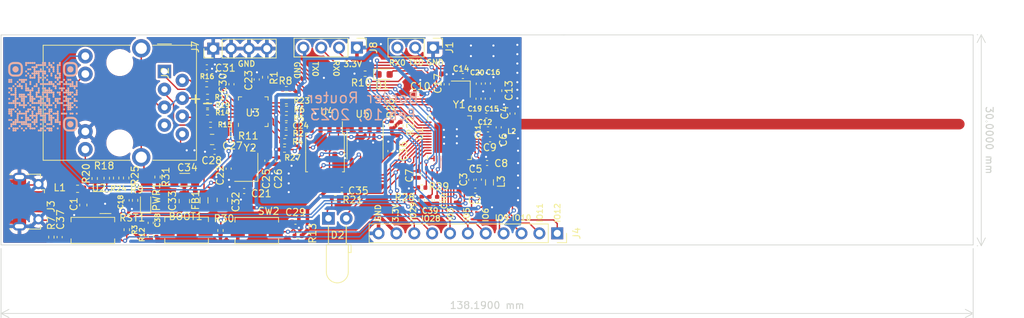
<source format=kicad_pcb>
(kicad_pcb (version 20211014) (generator pcbnew)
  (layers (0 "F.Cu" signal) (31 "B.Cu" signal) (34 "B.Paste" user) (35 "F.Paste" user) (36 "B.SilkS" user "B.Silkscreen") (37 "F.SilkS" user "F.Silkscreen") (38 "B.Mask" user) (39 "F.Mask" user) (44 "Edge.Cuts" user))
  (net 0 "")
  (net 1 "GND")
  (net 2 "Net-(AE1-Pad1)")
  (net 3 "+5V")
  (net 4 "/VDDCORE")
  (net 5 "/DCDC_OUT")
  (net 6 "/ANT")
  (net 7 "+3V3")
  (net 8 "Net-(C11-Pad1)")
  (net 9 "/XIN")
  (net 10 "/AVDD15")
  (net 11 "/XOUT")
  (net 12 "Net-(C23-Pad1)")
  (net 13 "Net-(C25-Pad1)")
  (net 14 "/AVDD")
  (net 15 "/SWITCH")
  (net 16 "Net-(C31-Pad1)")
  (net 17 "Net-(C34-Pad1)")
  (net 18 "Net-(D1-Pad1)")
  (net 19 "Net-(BOOT1-Pad2)")
  (net 20 "Net-(D2-Pad1)")
  (net 21 "/IR_TX")
  (net 22 "/UART0_TXD")
  (net 23 "/UART0_RXD")
  (net 24 "/GPIO3")
  (net 25 "/GPIO5")
  (net 26 "/GPIO6")
  (net 27 "/F_CS")
  (net 28 "/F_SCLK")
  (net 29 "/LED1")
  (net 30 "Net-(J2-Pad10)")
  (net 31 "Net-(C37-Pad2)")
  (net 32 "/LED2")
  (net 34 "/RD_N")
  (net 35 "/RD_P")
  (net 36 "/TD_N")
  (net 37 "/TD_P")
  (net 39 "/VBUS")
  (net 42 "/GPIO29")
  (net 43 "/GPIO31")
  (net 44 "/RMII_TXD0")
  (net 45 "/RMII_TXD1")
  (net 46 "/RMII_TX_EN")
  (net 47 "/RMII_RXD0")
  (net 48 "/RMII_RXD1")
  (net 49 "/RMII_RXERR")
  (net 50 "/RMII_RX_DV")
  (net 51 "/RMII_MDIO")
  (net 52 "/RMII_MDC")
  (net 53 "Net-(L3-Pad2)")
  (net 54 "Net-(PWR1-Pad2)")
  (net 55 "Net-(R2-Pad2)")
  (net 56 "Net-(R4-Pad2)")
  (net 57 "Net-(R5-Pad2)")
  (net 58 "Net-(R6-Pad2)")
  (net 59 "/LED")
  (net 60 "Net-(J2-Pad12)")
  (net 61 "Net-(R11-Pad1)")
  (net 62 "/RMII_REF_CLK")
  (net 66 "/GPIO9")
  (net 67 "/GPIO10")
  (net 68 "/GPIO11")
  (net 69 "/GPIO12")
  (net 70 "/F_D2")
  (net 71 "/F_D1")
  (net 72 "/F_D3")
  (net 73 "/F_D0")
  (net 74 "Net-(C21-Pad1)")
  (net 75 "Net-(C22-Pad1)")
  (net 76 "/R_CS")
  (net 77 "Net-(R23-Pad2)")
  (footprint "Capacitor_SMD:C_0402_1005Metric" (layer "F.Cu") (at 119 102.8796 -90)
    (fp_text reference "C25")
    (fp_text value "470pF")
  )
  (footprint "Resistor_SMD:R_0402_1005Metric" (layer "F.Cu") (at 98.93 105.32 90)
    (fp_text reference "R25")
    (fp_text value "10K")
  )
  (footprint "Capacitor_SMD:C_0402_1005Metric" (layer "F.Cu") (at 150.24 103.19)
    (fp_text reference "C8")
    (fp_text value "2.2uF")
  )
  (footprint "Connector_PinHeader_2.54mm:PinHeader_1x04_P2.54mm_Vertical" (layer "F.Cu") (at 111.31 86.93 90)
    (fp_text reference "J7")
    (fp_text value "Conn_01x04_Male")
  )
  (footprint "Resistor_SMD:R_0402_1005Metric" (layer "F.Cu") (at 132.9 90.5 180)
    (fp_text reference "R10")
    (fp_text value "1K")
  )
  (footprint "Capacitor_SMD:C_0402_1005Metric" (layer "F.Cu") (at 149.06 91.92 90)
    (fp_text reference "C20")
    (fp_text value "100nF")
  )
  (footprint "Resistor_SMD:R_0402_1005Metric" (layer "F.Cu") (at 113.86 99.06 180)
    (fp_text reference "R11")
    (fp_text value "12.1K")
  )
  (footprint "Resistor_SMD:R_0402_1005Metric" (layer "F.Cu") (at 137.91 97.89 -90)
    (fp_text reference "R22")
    (fp_text value "10K")
  )
  (footprint "Resistor_SMD:R_0402_1005Metric" (layer "F.Cu") (at 112.34 112.79 -90)
    (fp_text reference "R30")
    (fp_text value "10K")
  )
  (footprint "Resistor_SMD:R_0402_1005Metric" (layer "F.Cu") (at 121.7 92.7 180)
    (fp_text reference "R8")
    (fp_text value "1.5K")
  )
  (footprint "LED_SMD:LED_0603_1608Metric" (layer "F.Cu") (at 101.69 108.8 90)
    (fp_text reference "PWR1")
    (fp_text value "LED")
  )
  (footprint "Capacitor_SMD:C_0402_1005Metric" (layer "F.Cu") (at 143.14 108.49 90)
    (fp_text reference "C40")
    (fp_text value "30pF")
  )
  (footprint "Capacitor_SMD:C_0402_1005Metric" (layer "F.Cu") (at 150.125 96.45)
    (fp_text reference "C12")
    (fp_text value "10pF")
  )
  (footprint "Package_TO_SOT_SMD:SOT-23-5" (layer "F.Cu") (at 95.98 108.82)
    (fp_text reference "U2")
    (fp_text value "ME6211C33")
  )
  (footprint "Resistor_SMD:R_0402_1005Metric" (layer "F.Cu") (at 136.66 97.77 90)
    (fp_text reference "R26")
    (fp_text value "10K")
  )
  (footprint "Capacitor_SMD:C_0603_1608Metric" (layer "F.Cu") (at 92.84 109.17 -90)
    (fp_text reference "C1")
    (fp_text value "10uF")
  )
  (footprint "Capacitor_SMD:C_1206_3216Metric" (layer "F.Cu") (at 107.26 105.58)
    (fp_text reference "C34")
    (fp_text value "1nF/2000V")
  )
  (footprint "Connector_PinSocket_2.54mm:PinSocket_1x11_P2.54mm_Vertical" (layer "F.Cu") (at 160.21 113.19 -90)
    (fp_text reference "J4")
    (fp_text value "Conn_01x11_Male")
  )
  (footprint "Capacitor_SMD:C_0402_1005Metric" (layer "F.Cu") (at 150.34 94.05 90)
    (fp_text reference "C15")
    (fp_text value "10pF")
  )
  (footprint "Capacitor_SMD:C_0402_1005Metric" (layer "F.Cu") (at 150.35 91.89 90)
    (fp_text reference "C16")
    (fp_text value "2.2uF")
  )
  (footprint "Inductor_SMD:L_0603_1608Metric" (layer "F.Cu") (at 92.03 106.86)
    (fp_text reference "L1")
    (fp_text value "120R @ 100M")
  )
  (footprint "Resistor_SMD:R_0402_1005Metric" (layer "F.Cu") (at 121.7 94.4 180)
    (fp_text reference "R23")
    (fp_text value "510")
  )
  (footprint "Resistor_SMD:R_0402_1005Metric" (layer "F.Cu") (at 94.46 105.4 -90)
    (fp_text reference "R20")
    (fp_text value "330")
  )
  (footprint "USB A SMD PAD:HR911105A" (layer "F.Cu") (at 104.375 90.185 -90)
    (fp_text reference "J2")
    (fp_text value "RJ45_Bel_SI-60062-F")
  )
  (footprint "Resistor_SMD:R_0402_1005Metric" (layer "F.Cu") (at 123.37 113.55 180)
    (fp_text reference "R13")
    (fp_text value "10K")
  )
  (footprint "Capacitor_SMD:C_0402_1005Metric" (layer "F.Cu") (at 149.07 105.55 -90)
    (fp_text reference "C5")
    (fp_text value "2.2uF")
  )
  (footprint "Capacitor_SMD:C_0402_1005Metric" (layer "F.Cu") (at 99 108.49 -90)
    (fp_text reference "C18")
    (fp_text value "2.2uF")
  )
  (footprint "Capacitor_SMD:C_0402_1005Metric" (layer "F.Cu") (at 150.37 98.41)
    (fp_text reference "C11")
    (fp_text value "100nF")
  )
  (footprint "Capacitor_SMD:C_0402_1005Metric" (layer "F.Cu") (at 140.44 93.39)
    (fp_text reference "C10")
    (fp_text value "2.2uF")
  )
  (footprint "Capacitor_SMD:C_0402_1005Metric" (layer "F.Cu") (at 117.49 91.32 90)
    (fp_text reference "C23")
    (fp_text value "100nF")
  )
  (footprint "Capacitor_SMD:C_0402_1005Metric" (layer "F.Cu") (at 144.5 92 90)
    (fp_text reference "C17")
    (fp_text value "12pF")
  )
  (footprint "Capacitor_SMD:C_0805_2012Metric" (layer "F.Cu") (at 107.2 108.61 90)
    (fp_text reference "C33")
    (fp_text value "22uF")
  )
  (footprint "Capacitor_SMD:C_0805_2012Metric" (layer "F.Cu") (at 111.15 99.85 180)
    (fp_text reference "C27")
    (fp_text value "22uF")
  )
  (footprint "Inductor_SMD:L_0805_2012Metric" (layer "F.Cu") (at 110 108.5 -90)
    (fp_text reference "FB1")
    (fp_text value "FB0805/600R/2A")
  )
  (footprint "Capacitor_SMD:C_0402_1005Metric" (layer "F.Cu") (at 148.56 107.12)
    (fp_text reference "C2")
    (fp_text value "2.2uF")
  )
  (footprint "Package_SO:SOP-8_3.9x4.9mm_P1.27mm" (layer "F.Cu") (at 132.9 100.7 -90)
    (fp_text reference "U5")
    (fp_text value "APS1604M-3SQ")
  )
  (footprint "Capacitor_SMD:C_0402_1005Metric" (layer "F.Cu") (at 123 111.54)
    (fp_text reference "C29")
    (fp_text value "100nF")
  )
  (footprint "Capacitor_SMD:C_0402_1005Metric" (layer "F.Cu") (at 142.04 108.49 90)
    (fp_text reference "C39")
    (fp_text value "30pF")
  )
  (footprint "Resistor_SMD:R_0402_1005Metric" (layer "F.Cu") (at 100.2 108.5 -90)
    (fp_text reference "R9")
    (fp_text value "10K")
  )
  (footprint "Resistor_SMD:R_0402_1005Metric" (layer "F.Cu") (at 121.73 95.5 180)
    (fp_text reference "R6")
    (fp_text value "10")
  )
  (footprint "Capacitor_SMD:C_0402_1005Metric" (layer "F.Cu") (at 129.6 107)
    (fp_text reference "C35")
    (fp_text value "100nF")
  )
  (footprint "Capacitor_SMD:C_0402_1005Metric" (layer "F.Cu") (at 150.67 99.82)
    (fp_text reference "C9")
    (fp_text value "2.2uF")
  )
  (footprint "Button_Switch_SMD:SW_SPST_EVQPE1" (layer "F.Cu") (at 94.2 112.77 180)
    (fp_text reference "RST1")
    (fp_text value "SW_Push")
  )
  (footprint "Resistor_SMD:R_0402_1005Metric" (layer "F.Cu") (at 110.38 91.99 180)
    (fp_text reference "R16")
    (fp_text value "49.9")
  )
  (footprint "Resistor_SMD:R_0402_1005Metric" (layer "F.Cu") (at 140.94 108.49 90)
    (fp_text reference "R28")
    (fp_text value "10K")
  )
  (footprint "Resistor_SMD:R_0402_1005Metric" (layer "F.Cu") (at 97.51 105.33 90)
    (fp_text reference "R24")
    (fp_text value "10K")
  )
  (footprint "Crystal:Crystal_SMD_2016-4Pin_2.0x1.6mm" (layer "F.Cu") (at 146.5 92.7 180)
    (fp_text reference "Y1")
    (fp_text value "32MHz")
  )
  (footprint "Resistor_SMD:R_0402_1005Metric" (layer "F.Cu") (at 96.17 105.36 90)
    (fp_text reference "R18")
    (fp_text value "330")
  )
  (footprint "Resistor_SMD:R_0402_1005Metric" (layer "F.Cu") (at 121.7 96.8 180)
    (fp_text reference "R5")
    (fp_text value "10")
  )
  (footprint "Resistor_SMD:R_0402_1005Metric" (layer "F.Cu") (at 88.3 113.73 -90)
    (fp_text reference "R7")
    (fp_text value "1K")
  )
  (footprint "Resistor_SMD:R_0402_1005Metric" (layer "F.Cu") (at 110.93 97.77 180)
    (fp_text reference "R15")
    (fp_text value "49.9")
  )
  (footprint "Resistor_SMD:R_0402_1005Metric" (layer "F.Cu") (at 110.5 93.8 180)
    (fp_text reference "R17")
    (fp_text value "49.9")
  )
  (footprint "Resistor_SMD:R_0402_1005Metric" (layer "F.Cu") (at 140.96 106.69 180)
    (fp_text reference "R29")
    (fp_text value "NC")
  )
  (footprint "Capacitor_SMD:C_0402_1005Metric" (layer "F.Cu") (at 140.5 104.81 90)
    (fp_text reference "C7")
    (fp_text value "2.2uF")
  )
  (footprint "Capacitor_SMD:C_0402_1005Metric" (layer "F.Cu") (at 113.9 92 90)
    (fp_text reference "C30")
    (fp_text value "100nF")
  )
  (footprint "Resistor_SMD:R_0402_1005Metric" (layer "F.Cu") (at 103.39 105.19 -90)
    (fp_text reference "R31")
    (fp_text value "330")
  )
  (footprint "Resistor_SMD:R_0402_1005Metric" (layer "F.Cu") (at 121.4656 100.1188 180)
    (fp_text reference "R4")
    (fp_text value "10")
  )
  (footprint "Capacitor_SMD:C_0402_1005Metric" (layer "F.Cu") (at 110.4 89.59)
    (fp_text reference "C31")
    (fp_text value "100nF")
  )
  (footprint "Capacitor_SMD:C_0402_1005Metric" (layer "F.Cu") (at 147.99 105.59 -90)
    (fp_text reference "C3")
    (fp_text value "2.2uF")
  )
  (footprint "Inductor_SMD:L_0805_2012Metric" (layer "F.Cu") (at 150.58 105.9525 90)
    (fp_text reference "L3")
    (fp_text value "2.2uH")
  )
  (footprint "Resistor_SMD:R_0402_1005Metric" (layer "F.Cu") (at 128.67 108.19)
    (fp_text reference "R21")
    (fp_text value "200")
  )
  (footprint "Button_Switch_SMD:SW_SPST_EVQPE1" (layer "F.Cu") (at 117.5 112.8 180)
    (fp_text reference "SW2")
    (fp_text value "SW_Push")
  )
  (footprint "Resistor_SMD:R_0402_1005Metric" (layer "F.Cu") (at 121.67 98.9 180)
    (fp_text reference "R2")
    (fp_text value "10")
  )
  (footprint "Connector_PinHeader_2.54mm:PinHeader_1x04_P2.54mm_Vertical" (layer "F.Cu") (at 131.74 86.79 -90)
    (fp_text reference "J8")
    (fp_text value "Conn_01x04_Male")
  )
  (footprint "Capacitor_SMD:C_0402_1005Metric" (layer "F.Cu") (at 120.5 102.8796 -90)
    (fp_text reference "C26")
    (fp_text value "100nF")
  )
  (footprint "Package_DFN_QFN:QFN-48-1EP_6x6mm_P0.4mm_EP4.3x4.3mm" (layer "F.Cu") (at 144.9 99.6 90)
    (fp_text reference "U1")
    (fp_text value "BL706C")
  )
  (footprint "Package_SO:SOIC-8_5.275x5.275mm_P1.27mm" (layer "F.Cu") (at 127.2 101.7 -90)
    (fp_text reference "U4")
    (fp_text value "W25Q128JVSIQ")
  )
  (footprint "Capacitor_SMD:C_0402_1005Metric" (layer "F.Cu") (at 102.42 111.7 90)
    (fp_text reference "C38")
    (fp_text value "100nF")
  )
  (footprint "Capacitor_SMD:C_0402_1005Metric" (layer "F.Cu") (at 115.704 107.18 180)
    (fp_text reference "C21")
    (fp_text value "12pF")
  )
  (footprint "Resistor_SMD:R_0402_1005Metric" (layer "F.Cu") (at 110.5 95 180)
    (fp_text reference "R19")
    (fp_text value "0R")
  )
  (footprint "Crystal:Crystal_SMD_3225-4Pin_3.2x2.5mm" (layer "F.Cu") (at 116 103.8 90)
    (fp_text reference "Y2")
    (fp_text value "25MHz")
  )
  (footprint "Resistor_SMD:R_0402_1005Metric" (layer "F.Cu") (at 110.5 96 180)
    (fp_text reference "R14")
    (fp_text value "49.9")
  )
  (footprint "LED_SMD:LED_0603_1608Metric" (layer "F.Cu") (at 135.6 90.6)
    (fp_text reference "D1")
    (fp_text value "LED")
  )
  (footprint "Capacitor_SMD:C_0402_1005Metric" (layer "F.Cu") (at 146.8 90.83 180)
    (fp_text reference "C14")
    (fp_text value "12pF")
  )
  (footprint "Capacitor_SMD:C_0402_1005Metric" (layer "F.Cu") (at 111.5 101.6 180)
    (fp_text reference "C28")
    (fp_text value "100nF")
  )
  (footprint "Resistor_SMD:R_0402_1005Metric" (layer "F.Cu") (at 99.02 112.67 -90)
    (fp_text reference "R3")
    (fp_text value "100K")
  )
  (footprint "Capacitor_SMD:C_0402_1005Metric" (layer "F.Cu") (at 121.69 97.83)
    (fp_text reference "C24")
    (fp_text value "100nF")
  )
  (footprint "Capacitor_SMD:C_0402_1005Metric" (layer "F.Cu") (at 89.48 113.73 -90)
    (fp_text reference "C37")
    (fp_text value "100nF")
  )
  (footprint "Connector_USB:USB_Micro-B_Molex-105017-0001" (layer "F.Cu") (at 85 108.69 -90)
    (fp_text reference "J3")
    (fp_text value "USB_B_Micro")
  )
  (footprint "Resistor_SMD:R_0402_1005Metric" (layer "F.Cu") (at 121.44 101.2816)
    (fp_text reference "R27")
    (fp_text value "10K")
  )
  (footprint "Capacitor_SMD:C_0402_1005Metric" (layer "F.Cu") (at 153.85 96.17 90)
    (fp_text reference "C4")
    (fp_text value "NC")
  )
  (footprint "Capacitor_SMD:C_0402_1005Metric" (layer "F.Cu") (at 151.89 98.13 -90)
    (fp_text reference "C6")
    (fp_text value "NC")
  )
  (footprint "Resistor_SMD:R_0402_1005Metric" (layer "F.Cu") (at 118.7 91 -90)
    (fp_text reference "R1")
    (fp_text value "10K")
  )
  (footprint "LED_THT:LED_D3.0mm_Horizontal_O3.81mm_Z2.0mm" (layer "F.Cu") (at 127.68 111.06)
    (fp_text reference "D2")
    (fp_text value "IR204C-A-L")
  )
  (footprint "Package_DFN_QFN:QFN-24-1EP_4x4mm_P0.5mm_EP2.6x2.6mm" (layer "F.Cu") (at 117 95.9 90)
    (fp_text reference "U3")
    (fp_text value "LAN8720A")
  )
  (footprint "Capacitor_SMD:C_0402_1005Metric" (layer "F.Cu") (at 149.02 94.06 90)
    (fp_text reference "C19")
    (fp_text value "10pF")
  )
  (footprint "Capacitor_SMD:C_0805_2012Metric" (layer "F.Cu") (at 112.61 108.44 90)
    (fp_text reference "C32")
    (fp_text value "22uF")
  )
  (footprint "Inductor_SMD:L_0402_1005Metric" (layer "F.Cu") (at 153.37 97.67 180)
    (fp_text reference "L2")
    (fp_text value "0R")
  )
  (footprint "Capacitor_SMD:C_0402_1005Metric" (layer "F.Cu") (at 136.5 101.5 90)
    (fp_text reference "C36")
    (fp_text value "100nF")
  )
  (footprint "Button_Switch_SMD:SW_SPST_EVQPE1" (layer "F.Cu") (at 107.52 112.74 180)
    (fp_text reference "BOOT1")
    (fp_text value "SW_Push")
  )
  (footprint "Capacitor_SMD:C_0402_1005Metric" (layer "F.Cu") (at 113.5 104 -90)
    (fp_text reference "C22")
    (fp_text value "12pF")
  )
  (footprint "Connector_PinHeader_2.54mm:PinHeader_1x03_P2.54mm_Vertical" (layer "F.Cu") (at 142.565 86.79 -90)
    (fp_text reference "J1")
    (fp_text value "Conn_01x03_Male")
  )
  (footprint "Resistor_SMD:R_0402_1005Metric" (layer "F.Cu") (at 102.44 113.5932 -90)
    (fp_text reference "R12")
    (fp_text value "1K")
  )
  (footprint "Capacitor_SMD:C_0603_1608Metric" (layer "F.Cu") (at 151.82 92.92 90)
    (fp_text reference "C13")
    (fp_text value "10uF")
  )
  (footprint "LOGO" (layer "B.Cu") (at 87.09 93.79 180)
    (fp_text reference "G***")
    (fp_text value "LOGO" hide)
  )
  (gr_line (start 81.15 114.84) (end 219.34 114.84) (layer "Edge.Cuts") (width 0.1))
  (gr_line (start 161.15 84.98) (end 219.34 84.98) (layer "Edge.Cuts") (width 0.1))
  (gr_line (start 81.15 84.98) (end 161.15 84.98) (layer "Edge.Cuts") (width 0.1))
  (gr_line (start 81.15 114.84) (end 81.15 84.98) (layer "Edge.Cuts") (width 0.1))
  (gr_line (start 219.34 114.84) (end 219.34 84.98) (layer "Edge.Cuts") (width 0.1))
  (gr_text "Border Router\nFeb.10, 2023" (at 132.59 95.14) (layer "B.SilkS") (effects (font (size 1.5 1.5) (thickness 0.2)) (justify mirror)))
  (gr_text "IO29" (at 139.74 110.09 90) (layer "F.SilkS") (effects (font (size 0.8 0.8))))
  (gr_text "3.3V" (at 131.14 89.14) (layer "F.SilkS") (effects (font (size 0.8 0.8))))
  (gr_text "IO28" (at 142.24 111.09) (layer "F.SilkS") (effects (font (size 0.8 0.8))))
  (gr_text "GND" (at 134.74 110.29 90) (layer "F.SilkS") (effects (font (size 0.8 0.8))))
  (gr_text "3.3V" (at 137.24 110.29 90) (layer "F.SilkS") (effects (font (size 0.8 0.8))))
  (gr_text "IO12" (at 160.24 110.29 90) (layer "F.SilkS") (effects (font (size 0.8 0.8))))
  (gr_text "IO3" (at 145.04 110.49 90) (layer "F.SilkS") (effects (font (size 0.8 0.8))))
  (gr_text "IO6" (at 150.04 110.59 90) (layer "F.SilkS") (effects (font (size 0.8 0.8))))
  (gr_text "IO9" (at 152.34 110.99) (layer "F.SilkS") (effects (font (size 0.8 0.8))))
  (gr_text "RX0" (at 128.79 89.74 270) (layer "F.SilkS") (effects (font (size 0.8 0.8))))
  (gr_text "GND" (at 116.04 89.09) (layer "F.SilkS") (effects (font (size 0.8 0.8))))
  (gr_text "+" (at 108.79 93.99) (layer "F.SilkS") (effects (font (size 1.5 1.5) (thickness 0.2))))
  (gr_text "-" (at 110.52 94.63) (layer "F.SilkS") (effects (font (size 1.5 1.5) (thickness 0.2))))
  (gr_text "IO11" (at 157.74 110.29 90) (layer "F.SilkS") (effects (font (size 0.8 0.8))))
  (gr_text "RX0" (at 137.49 88.94) (layer "F.SilkS") (effects (font (size 0.8 0.8))))
  (gr_text "GND" (at 123.22 90 270) (layer "F.SilkS") (effects (font (size 0.8 0.8))))
  (gr_text "TX0" (at 125.82 89.847619 270) (layer "F.SilkS") (effects (font (size 0.8 0.8))))
  (gr_text "GND" (at 142.84 88.89) (layer "F.SilkS") (effects (font (size 0.8 0.8))))
  (gr_text "IO5" (at 147.34 110.49 90) (layer "F.SilkS") (effects (font (size 0.8 0.8))))
  (gr_text "TX0" (at 140.14 88.89) (layer "F.SilkS") (effects (font (size 0.8 0.8))))
  (gr_text "IO10" (at 155.14 110.99) (layer "F.SilkS") (effects (font (size 0.8 0.8))))
  (dimension (type aligned) (layer "Edge.Cuts") (pts (xy 81.15 114.840009) (xy 219.34 114.84)) (height 9.740059) (gr_text "138.1900 mm" (at 150.245 123.430064 3.316927678e-06) (layer "Edge.Cuts") (effects (font (size 1 1) (thickness 0.15)))) (format (units 3) (units_format 1) (precision 4)) (style (thickness 0.1) (arrow_length 1.27) (text_position_mode 0) (extension_height 0.58642) (extension_offset 0.5) keep_text_aligned))
  (dimension (type aligned) (layer "Edge.Cuts") (pts (xy 220.490907 114.960009) (xy 220.49 84.96)) (height -0.000907) (gr_text "30.0000 mm" (at 221.639547 99.95997 -89.99826967) (layer "Edge.Cuts") (effects (font (size 1 1) (thickness 0.15)))) (format (units 3) (units_format 1) (precision 4)) (style (thickness 0.1) (arrow_length 1.27) (text_position_mode 0) (extension_height 0.58642) (extension_offset 0.5) keep_text_aligned))
  (segment (start 130.995 98.075) (end 130.925 98.075) (width 0.2) (layer "F.Cu") (net 1))
  (segment (start 152.253911 100.736089) (end 151.337822 99.82) (width 0.2) (layer "F.Cu") (net 1))
  (segment (start 151.08 98.63) (end 150.85 98.4) (width 0.2) (layer "F.Cu") (net 1))
  (segment (start 117.49 90.333411) (end 117.523911 90.2995) (width 0.2) (layer "F.Cu") (net 1))
  (segment (start 107.21 107.66) (end 108.735 106.135) (width 0.2) (layer "F.Cu") (net 1))
  (segment (start 130.995 98.075) (end 130.995 98.745) (width 0.2) (layer "F.Cu") (net 1))
  (segment (start 144.49 91.51) (end 144.5 91.52) (width 0.2) (layer "F.Cu") (net 1))
  (segment (start 123.48 112.3905) (end 123.48 111.54) (width 0.2) (layer "F.Cu") (net 1))
  (segment (start 150.63 102.86) (end 150.63 103) (width 0.2) (layer "F.Cu") (net 1))
  (segment (start 91.54 110.59) (end 88.5 110.59) (width 0.2) (layer "F.Cu") (net 1))
  (segment (start 99.747363 109.720292) (end 99.740292 109.720292) (width 0.2) (layer "F.Cu") (net 1))
  (segment (start 103.38 105.66) (end 105.38 107.66) (width 0.2) (layer "F.Cu") (net 1))
  (segment (start 128.14 96.39) (end 127.94 96.59) (width 0.2) (layer "F.Cu") (net 1))
  (segment (start 151.76 95.76) (end 151.76 95.75) (width 0.2) (layer "F.Cu") (net 1))
  (segment (start 151.92 98.63) (end 151.08 98.63) (width 0.2) (layer "F.Cu") (net 1))
  (segment (start 145.8 92.15) (end 145.8 91.69) (width 0.2) (layer "F.Cu") (net 1))
  (segment (start 148.98 107.12) (end 148.98 106.1) (width 0.2) (layer "F.Cu") (net 1))
  (segment (start 145.8 91.69) (end 145.63 91.52) (width 0.2) (layer "F.Cu") (net 1))
  (segment (start 120.5 104.63) (end 120.44 104.69) (width 0.2) (layer "F.Cu") (net 1))
  (segment (start 144.5 91.52) (end 145.63 91.52) (width 0.2) (layer "F.Cu") (net 1))
  (segment (start 151.337822 99.82) (end 151.14 99.82) (width 0.2) (layer "F.Cu") (net 1))
  (segment (start 153.46 94.87) (end 152.64 94.87) (width 0.2) (layer "F.Cu") (net 1))
  (segment (start 92.67 110.35) (end 92.67 110.175) (width 0.2) (layer "F.Cu") (net 1))
  (segment (start 148.98 106.1) (end 149 106.08) (width 0.2) (layer "F.Cu") (net 1))
  (segment (start 149.679627 93.009627) (end 149.590373 93.009627) (width 0.2) (layer "F.Cu") (net 1))
  (segment (start 123.49 112.4005) (end 123.48 112.3905) (width 0.2) (layer "F.Cu") (net 1))
  (segment (start 147.2 93.93) (end 146.85 94.28) (width 0.2) (layer "F.Cu") (net 1))
  (segment (start 88.22 110.87) (end 87.77 111.32) (width 0.2) (layer "F.Cu") (net 1))
  (segment (start 130.995 98.075) (end 130.995 98.745) (width 0.2) (layer "F.Cu") (net 1))
  (segment (start 149.590373 93.009627) (end 149.02 93.58) (width 0.2) (layer "F.Cu") (net 1))
  (segment (start 87.34 109.99) (end 88.22 110.87) (width 0.2) (layer "F.Cu") (net 1))
  (segment (start 91.61 110.66) (end 92.36 110.66) (width 0.2) (layer "F.Cu") (net 1))
  (segment (start 86.4625 111.3825) (end 86.4625 111.19) (width 0.2) (layer "F.Cu") (net 1))
  (segment (start 108.735 106.135) (end 108.735 105.58) (width 0.2) (layer "F.Cu") (net 1))
  (segment (start 83.7325 112.32) (end 83.7325 109.82) (width 0.2) (layer "F.Cu") (net 1))
  (segment (start 144.49 90.59) (end 144.49 91.51) (width 0.2) (layer "F.Cu") (net 1))
  (segment (start 83.5625 105.99) (end 83.5625 109.65) (width 0.2) (layer "F.Cu") (net 1))
  (segment (start 95.81 109.12) (end 95.94 108.99) (width 0.2) (layer "F.Cu") (net 1))
  (segment (start 139.74 105.29) (end 139.55 105.48) (width 0.2) (layer "F.Cu") (net 1))
  (segment (start 148.98 107.12) (end 148.98 107.553814) (width 0.2) (layer "F.Cu") (net 1))
  (segment (start 129.24 96.39) (end 128.14 96.39) (width 0.2) (layer "F.Cu") (net 1))
  (segment (start 151.07 96.45) (end 151.76 95.76) (width 0.2) (layer "F.Cu") (net 1))
  (segment (start 130.995 98.075) (end 130.995 98.266396) (width 0.2) (layer "F.Cu") (net 1))
  (segment (start 131.84 99.111396) (end 131.84 99.99) (width 0.2) (layer "F.Cu") (net 1))
  (segment (start 99.814571 109.7875) (end 99.747363 109.720292) (width 0.2) (layer "F.Cu") (net 1))
  (segment (start 83.7625 105.79) (end 83.5625 105.99) (width 0.2) (layer "F.Cu") (net 1))
  (segment (start 88.3 113.22) (end 86.4625 111.3825) (width 0.2) (layer "F.Cu") (net 1))
  (segment (start 101.5 109.7875) (end 99.814571 109.7875) (width 0.2) (layer "F.Cu") (net 1))
  (segment (start 91.54 110.59) (end 91.61 110.66) (width 0.2) (layer "F.Cu") (net 1))
  (segment (start 87.77 111.32) (end 86.4325 111.32) (width 0.2) (layer "F.Cu") (net 1))
  (segment (start 99.740292 109.720292) (end 99 108.98) (width 0.2) (layer "F.Cu") (net 1))
  (segment (start 151.82 91.695686) (end 151.127157 91.002843) (width 0.2) (layer "F.Cu") (net 1))
  (segment (start 145.63 91.52) (end 146.32 90.83) (width 0.2) (layer "F.Cu") (net 1))
  (segment (start 151.82 91.945) (end 151.82 91.695686) (width 0.2) (layer "F.Cu") (net 1))
  (segment (start 83.5625 109.65) (end 83.9025 109.99) (width 0.2) (layer "F.Cu") (net 1))
  (segment (start 136.5 100.45) (end 136.2 100.15) (width 0.2) (layer "F.Cu") (net 1))
  (segment (start 147.2 93.25) (end 147.2 93.93) (width 0.2) (layer "F.Cu") (net 1))
  (segment (start 83.9025 109.99) (end 87.34 109.99) (width 0.2) (layer "F.Cu") (net 1))
  (segment (start 149 106.08) (end 148 106.08) (width 0.2) (layer "F.Cu") (net 1))
  (segment (start 119 104.05) (end 119.64 104.69) (width 0.2) (layer "F.Cu") (net 1))
  (segment (start 140.5 105.29) (end 139.74 105.29) (width 0.2) (layer "F.Cu") (net 1))
  (segment (start 117.49 90.84) (end 117.49 90.333411) (width 0.2) (layer "F.Cu") (net 1))
  (segment (start 148.98 107.553814) (end 148.691907 107.841907) (width 0.2) (layer "F.Cu") (net 1))
  (segment (start 105.38 107.66) (end 107.2 107.66) (width 0.2) (layer "F.Cu") (net 1))
  (segment (start 130.995 98.266396) (end 131.84 99.111396) (width 0.2) (layer "F.Cu") (net 1))
  (segment (start 154.24 94.09) (end 153.46 94.87) (width 0.2) (layer "F.Cu") (net 1))
  (segment (start 83.7625 105.79) (end 83.7325 105.82) (width 0.2) (layer "F.Cu") (net 1))
  (segment (start 120.5 103.3596) (end 120.5 104.63) (width 0.2) (layer "F.Cu") (net 1))
  (segment (start 150.09 102.32) (end 150.63 102.86) (width 0.2) (layer "F.Cu") (net 1))
  (segment (start 92.36 110.66) (end 92.67 110.35) (width 0.2) (layer "F.Cu") (net 1))
  (segment (start 136.5 101.02) (end 136.5 100.45) (width 0.2) (layer "F.Cu") (net 1))
  (segment (start 88.5 110.59) (end 88.22 110.87) (width 0.2) (layer "F.Cu") (net 1))
  (segment (start 150.605 96.45) (end 151.07 96.45) (width 0.2) (layer "F.Cu") (net 1))
  (segment (start 83.7325 105.82) (end 83.7325 105.92) (width 0.2) (layer "F.Cu") (net 1))
  (segment (start 149.679627 93.009627) (end 150.26 93.59) (width 0.2) (layer "F.Cu") (net 1))
  (segment (start 84.2925 106.32) (end 83.7625 105.79) (width 0.2) (layer "F.Cu") (net 1))
  (segment (start 107.2 107.66) (end 107.21 107.66) (width 0.2) (layer "F.Cu") (net 1))
  (segment (start 130.925 98.075) (end 129.24 96.39) (width 0.2) (layer "F.Cu") (net 1))
  (segment (start 86.4325 106.32) (end 84.2925 106.32) (width 0.2) (layer "F.Cu") (net 1))
  (segment (start 151.76 95.75) (end 152.64 94.87) (width 0.2) (layer "F.Cu") (net 1))
  (segment (start 119 103.3596) (end 119 104.05) (width 0.2) (layer "F.Cu") (net 1))
  (via (at 113.64 106.59) (size 0.6) (drill 0.3) (layers "F.Cu" "B.Cu") (net 1))
  (via (at 130.04 102.49) (size 0.6) (drill 0.3) (layers "F.Cu" "B.Cu") (net 1))
  (via (at 120.44 104.69) (size 0.6) (drill 0.3) (layers "F.Cu" "B.Cu") (net 1))
  (via (at 144.13 99.52) (size 0.6) (drill 0.3) (layers "F.Cu" "B.Cu") (net 1))
  (via (at 111.54 89.19) (size 0.6) (drill 0.3) (layers "F.Cu" "B.Cu") (net 1))
  (via (at 152.253911 100.736089) (size 0.6) (drill 0.3) (layers "F.Cu" "B.Cu") (net 1))
  (via (at 135.14 86.29) (size 0.6) (drill 0.3) (layers "F.Cu" "B.Cu") (net 1))
  (via (at 127.94 96.59) (size 0.6) (drill 0.3) (layers "F.Cu" "B.Cu") (net 1))
  (via (at 154.64 108.49) (size 0.6) (drill 0.3) (layers "F.Cu" "B.Cu") (net 1))
  (via (at 139.122947 106.807054) (size 0.6) (drill 0.3) (layers "F.Cu" "B.Cu") (net 1))
  (via (at 154.54 90.378542) (size 0.6) (drill 0.3) (layers "F.Cu" "B.Cu") (net 1))
  (via (at 131.84 100.09) (size 0.6) (drill 0.3) (layers "F.Cu" "B.Cu") (net 1))
  (via (at 154.64 101.45) (size 0.6) (drill 0.3) (layers "F.Cu" "B.Cu") (net 1))
  (via (at 153.94 98.89) (size 0.6) (drill 0.3) (layers "F.Cu" "B.Cu") (net 1))
  (via (at 125.84 96.19) (size 0.6) (drill 0.3) (layers "F.Cu" "B.Cu") (net 1))
  (via (at 110.14 101.59) (size 0.6) (drill 0.3) (layers "F.Cu" "B.Cu") (net 1))
  (via (at 108.64 101.39) (size 0.6) (drill 0.3) (layers "F.Cu" "B.Cu") (net 1))
  (via (at 115.24 108.39) (size 0.6) (drill 0.3) (layers "F.Cu" "B.Cu") (net 1))
  (via (at 117 95.9) (size 0.6) (drill 0.3) (layers "F.Cu" "B.Cu") (net 1))
  (via (at 145.41 90.55) (size 0.6) (drill 0.3) (layers "F.Cu" "B.Cu") (net 1))
  (via (at 99.747363 109.720292) (size 0.6) (drill 0.3) (layers "F.Cu" "B.Cu") (net 1))
  (via (at 111.74 90.19) (size 0.6) (drill 0.3) (layers "F.Cu" "B.Cu") (net 1))
  (via (at 136.2 100.15) (size 0.6) (drill 0.3) (layers "F.Cu" "B.Cu") (net 1))
  (via (at 154.54 87.724238) (size 0.6) (drill 0.3) (layers "F.Cu" "B.Cu") (net 1))
  (via (at 154.64 106.73) (size 0.6) (drill 0.3) (layers "F.Cu" "B.Cu") (net 1))
  (via (at 151.76 95.76) (size 0.6) (drill 0.3) (layers "F.Cu" "B.Cu") (net 1))
  (via (at 140.74 91.39) (size 0.6) (drill 0.3) (layers "F.Cu" "B.Cu") (net 1))
  (via (at 151.14806 87.997086) (size 0.6) (drill 0.3) (layers "F.Cu" "B.Cu") (net 1))
  (via (at 119.64 104.69) (size 0.6) (drill 0.3) (layers "F.Cu" "B.Cu") (net 1))
  (via (at 111.74 105.19) (size 0.6) (drill 0.3) (layers "F.Cu" "B.Cu") (net 1))
  (via (at 150.94 109.49) (size 0.6) (drill 0.3) (layers "F.Cu" "B.Cu") (net 1))
  (via (at 123.14 102.59) (size 0.6) (drill 0.3) (layers "F.Cu" "B.Cu") (net 1))
  (via (at 112.84 97.59) (size 0.6) (drill 0.3) (layers "F.Cu" "B.Cu") (net 1))
  (via (at 93.94 107.19) (size 0.6) (drill 0.3) (layers "F.Cu" "B.Cu") (net 1))
  (via (at 146.85 94.28) (size 0.6) (drill 0.3) (layers "F.Cu" "B.Cu") (net 1))
  (via (at 154.54 91.705694) (size 0.6) (drill 0.3) (layers "F.Cu" "B.Cu") (net 1))
  (via (at 127.04 91.09) (size 0.6) (drill 0.3) (layers "F.Cu" "B.Cu") (net 1))
  (via (at 122.043694 107.328467) (size 0.6) (drill 0.3) (layers "F.Cu" "B.Cu") (net 1))
  (via (at 107.54 101.39) (size 0.6) (drill 0.3) (layers "F.Cu" "B.Cu") (net 1))
  (via (at 149.13 90.3895) (size 0.6) (drill 0.3) (layers "F.Cu" "B.Cu") (net 1))
  (via (at 154.54 89.05139) (size 0.6) (drill 0.3) (layers "F.Cu" "B.Cu") (net 1))
  (via (at 146.396858 108.42468) (size 0.6) (drill 0.3) (layers "F.Cu" "B.Cu") (net 1))
  (via (at 152.64 94.87) (size 0.6) (drill 0.3) (layers "F.Cu" "B.Cu") (net 1))
  (via (at 154.64 103.21) (size 0.6) (drill 0.3) (layers "F.Cu" "B.Cu") (net 1))
  (via (at 145.94 99.39) (size 0.6) (drill 0.3) (layers "F.Cu" "B.Cu") (net 1))
  (via (at 133.64 88.69) (size 0.6) (drill 0.3) (layers "F.Cu" "B.Cu") (net 1))
  (via (at 112.34 90.59) (size 0.6) (drill 0.3) (layers "F.Cu" "B.Cu") (net 1))
  (via (at 144.12 100.45) (size 0.6) (drill 0.3) (layers "F.Cu" "B.Cu") (net 1))
  (via (at 134.04 100.29) (size 0.6) (drill 0.3) (layers "F.Cu" "B.Cu") (net 1))
  (via (at 123.49 112.4005) (size 0.6) (drill 0.3) (layers "F.Cu" "B.Cu") (net 1))
  (via (at 145.94 98.39) (size 0.6) (drill 0.3) (layers "F.Cu" "B.Cu") (net 1))
  (via (at 122.44 103.59) (size 0.6) (drill 0.3) (layers "F.Cu" "B.Cu") (net 1))
  (via (at 146.0995 106.49) (size 0.6) (drill 0.3) (layers "F.Cu" "B.Cu") (net 1))
  (via (at 154.64 99.69) (size 0.6) (drill 0.3) (layers "F.Cu" "B.Cu") (net 1))
  (via (at 122.04 104.69) (size 0.6) (drill 0.3) (layers "F.Cu" "B.Cu") (net 1))
  (via (at 137.02 109.91) (size 0.6) (drill 0.3) (layers "F.Cu" "B.Cu") (net 1))
  (via (at 112.94 90.99) (size 0.6) (drill 0.3) (layers "F.Cu" "B.Cu") (net 1))
  (via (at 152.8005 99.34) (size 0.6) (drill 0.3) (layers "F.Cu" "B.Cu") (net 1))
  (via (at 154.54 93.99) (size 0.6) (drill 0.3) (layers "F.Cu" "B.Cu") (net 1))
  (via (at 154.64 95.19) (size 0.6) (drill 0.3) (layers "F.Cu" "B.Cu") (net 1))
  (via (at 149.679627 93.009627) (size 0.6) (drill 0.3) (layers "F.Cu" "B.Cu") (net 1))
  (via (at 150.09 102.32) (size 0.6) (drill 0.3) (layers "F.Cu" "B.Cu") (net 1))
  (via (at 111.14 89.79) (size 0.6) (drill 0.3) (layers "F.Cu" "B.Cu") (net 1))
  (via (at 151.14 90.99) (size 0.6) (drill 0.3) (layers "F.Cu" "B.Cu") (net 1))
  (via (at 154.54 92.79) (size 0.6) (drill 0.3) (layers "F.Cu" "B.Cu") (net 1))
  (via (at 144.49 90.59) (size 0.6) (drill 0.3) (layers "F.Cu" "B.Cu") (net 1))
  (via (at 131.39 90.49) (size 0.6) (drill 0.3) (layers "F.Cu" "B.Cu") (net 1))
  (via (at 148.758039 107.828039) (size 0.6) (drill 0.3) (layers "F.Cu" "B.Cu") (net 1))
  (via (at 144.09 98.48) (size 0.6) (drill 0.3) (layers "F.Cu" "B.Cu") (net 1))
  (via (at 151.139999 86.497086) (size 0.6) (drill 0.3) (layers "F.Cu" "B.Cu") (net 1))
  (via (at 148.346089 103.593911) (size 0.6) (drill 0.3) (layers "F.Cu" "B.Cu") (net 1))
  (via (at 140.561089 110.128911) (size 0.6) (drill 0.3) (layers "F.Cu" "B.Cu") (net 1))
  (via (at 122.04 106.09) (size 0.6) (drill 0.3) (layers "F.Cu" "B.Cu") (net 1))
  (via (at 145.94 100.39) (size 0.6) (drill 0.3) (layers "F.Cu" "B.Cu") (net 1))
  (via (at 154.64 104.97) (size 0.6) (drill 0.3) (layers "F.Cu" "B.Cu") (net 1))
  (via (at 117.523911 90.2995) (size 0.6) (drill 0.3) (layers "F.Cu" "B.Cu") (net 1))
  (via (at 139.55 105.48) (size 0.6) (drill 0.3) (layers "F.Cu" "B.Cu") (net 1))
  (via (at 150.17 90.3895) (size 0.6) (drill 0.3) (layers "F.Cu" "B.Cu") (net 1))
  (via (at 116.939373 101.180797) (size 0.6) (drill 0.3) (layers "F.Cu" "B.Cu") (net 1))
  (via (at 147.939999 86.497086) (size 0.6) (drill 0.3) (layers "F.Cu" "B.Cu") (net 1))
  (via (at 91.54 110.59) (size 0.6) (drill 0.3) (layers "F.Cu" "B.Cu") (net 1))
  (via (at 147.939999 87.997086) (size 0.6) (drill 0.3) (layers "F.Cu" "B.Cu") (net 1))
  (via (at 113.54 105.59) (size 0.6) (drill 0.3) (layers "F.Cu" "B.Cu") (net 1))
  (via (at 154.54 86.397086) (size 0.6) (drill 0.3) (layers "F.Cu" "B.Cu") (net 1))
  (via (at 95.94 108.99) (size 0.6) (drill 0.3) (layers "F.Cu" "B.Cu") (net 1))
  (segment (start 136.2 100.15) (end 136.06 100.29) (width 0.2) (layer "B.Cu") (net 1))
  (segment (start 132.04 100.29) (end 134.04 100.29) (width 0.2) (layer "B.Cu") (net 1))
  (segment (start 136.06 100.29) (end 134.04 100.29) (width 0.2) (layer "B.Cu") (net 1))
  (segment (start 125.84 96.19) (end 127.54 96.19) (width 0.2) (layer "B.Cu") (net 1))
  (segment (start 131.84 100.09) (end 132.04 100.29) (width 0.2) (layer "B.Cu") (net 1))
  (segment (start 127.54 96.19) (end 127.94 96.59) (width 0.2) (layer "B.Cu") (net 1))
  (segment (start 154.87 97.67) (end 217.37 97.67) (width 1.5) (layer "F.Cu") (net 2))
  (segment (start 153.855 97.67) (end 153.855 96.655) (width 0.4) (layer "F.Cu") (net 2))
  (segment (start 153.855 97.67) (end 154.87 97.67) (width 0.4) (layer "F.Cu") (net 2))
  (segment (start 153.855 96.655) (end 153.85 96.65) (width 0.4) (layer "F.Cu") (net 2))
  (segment (start 93.61 109.09) (end 94.29 109.77) (width 0.2) (layer "F.Cu") (net 3))
  (segment (start 147.41 106.374315) (end 147.41 107.08) (width 0.2) (layer "F.Cu") (net 3))
  (segment (start 93.61 108.24) (end 93.98 107.87) (width 0.2) (layer "F.Cu") (net 3))
  (segment (start 98.093604 110.406396) (end 98.5 110) (width 0.2) (layer "F.Cu") (net 3))
  (segment (start 93.61 108.58) (end 93.61 109.09) (width 0.2) (layer "F.Cu") (net 3))
  (segment (start 95.14 110.67) (end 97.826396 110.67) (width 0.2) (layer "F.Cu") (net 3))
  (segment (start 94.8425 109.77) (end 94.8425 110.3725) (width 0.2) (layer "F.Cu") (net 3))
  (segment (start 93.61 108.58) (end 93.61 108.24) (width 0.2) (layer "F.Cu") (net 3))
  (segment (start 94.8425 110.3725) (end 95.14 110.67) (width 0.2) (layer "F.Cu") (net 3))
  (segment (start 94.29 109.77) (end 94.8425 109.77) (width 0.2) (layer "F.Cu") (net 3))
  (segment (start 146.3 102.55) (end 146.3 105.264314) (width 0.2) (layer "F.Cu") (net 3))
  (segment (start 148.03 110.429) (end 148.03 106.96) (width 0.2) (layer "F.Cu") (net 3))
  (segment (start 98.09 110.406396) (end 98.093604 110.406396) (width 0.2) (layer "F.Cu") (net 3))
  (segment (start 146.3 105.264314) (end 147.41 106.374315) (width 0.2) (layer "F.Cu") (net 3))
  (segment (start 92.8175 106.86) (end 92.8175 108.3725) (width 0.2) (layer "F.Cu") (net 3))
  (segment (start 147.45 107.12) (end 148.08 107.12) (width 0.2) (layer "F.Cu") (net 3))
  (segment (start 92.84 108.395) (end 93.61 108.395) (width 0.2) (layer "F.Cu") (net 3))
  (segment (start 147.41 107.08) (end 147.45 107.12) (width 0.2) (layer "F.Cu") (net 3))
  (segment (start 97.826396 110.67) (end 98.09 110.406396) (width 0.2) (layer "F.Cu") (net 3))
  (segment (start 147.9995 110.4595) (end 148.03 110.429) (width 0.2) (layer "F.Cu") (net 3))
  (segment (start 93.98 107.87) (end 94.8425 107.87) (width 0.2) (layer "F.Cu") (net 3))
  (segment (start 92.8175 108.3725) (end 92.84 108.395) (width 0.2) (layer "F.Cu") (net 3))
  (via (at 98.5 110) (size 0.6) (drill 0.3) (layers "F.Cu" "B.Cu") (net 3))
  (via (at 147.9995 110.4595) (size 0.6) (drill 0.3) (layers "F.Cu" "B.Cu") (net 3))
  (segment (start 127.12 108.55) (end 125.17 110.5) (width 0.2) (layer "B.Cu") (net 3))
  (segment (start 141.54 110.26) (end 139.83 108.55) (width 0.2) (layer "B.Cu") (net 3))
  (segment (start 147.9995 110.4595) (end 147.8 110.26) (width 0.2) (layer "B.Cu") (net 3))
  (segment (start 147.8 110.26) (end 141.54 110.26) (width 0.2) (layer "B.Cu") (net 3))
  (segment (start 139.83 108.55) (end 127.12 108.55) (width 0.2) (layer "B.Cu") (net 3))
  (segment (start 99 110.5) (end 98.5 110) (width 0.2) (layer "B.Cu") (net 3))
  (segment (start 125.17 110.5) (end 99 110.5) (width 0.2) (layer "B.Cu") (net 3))
  (segment (start 148 105.02) (end 146.7 103.72) (width 0.2) (layer "F.Cu") (net 4))
  (segment (start 148 105.12) (end 148 105.02) (width 0.2) (layer "F.Cu") (net 4))
  (segment (start 146.7 103.72) (end 146.7 102.55) (width 0.2) (layer "F.Cu") (net 4))
  (segment (start 148.8 92.4) (end 149.06 92.4) (width 0.2) (layer "F.Cu") (net 5))
  (segment (start 146.7 95.865686) (end 148.4 94.165686) (width 0.2) (layer "F.Cu") (net 5))
  (segment (start 143.391662 89.77) (end 147.2 89.77) (width 0.2) (layer "F.Cu") (net 5))
  (segment (start 143.040489 89.418827) (end 143.391662 89.77) (width 0.2) (layer "F.Cu") (net 5))
  (segment (start 148.774314 94.54) (end 148.4 94.165686) (width 0.2) (layer "F.Cu") (net 5))
  (segment (start 150.04 108.19) (end 150.5 107.73) (width 0.2) (layer "F.Cu") (net 5))
  (segment (start 143.040489 89.390489) (end 143.040489 89.418827) (width 0.2) (layer "F.Cu") (net 5))
  (segment (start 149.02 94.54) (end 148.774314 94.54) (width 0.2) (layer "F.Cu") (net 5))
  (segment (start 149.05 105.04) (end 149 105.04) (width 0.2) (layer "F.Cu") (net 5))
  (segment (start 148.973649 105.07) (end 147.1 103.196351) (width 0.2) (layer "F.Cu") (net 5))
  (segment (start 147.1 103.196351) (end 147.1 102.55) (width 0.2) (layer "F.Cu") (net 5))
  (segment (start 150.5 107.73) (end 150.5 106.49) (width 0.2) (layer "F.Cu") (net 5))
  (segment (start 147.2 89.77) (end 147.98 90.55) (width 0.2) (layer "F.Cu") (net 5))
  (segment (start 134.59 88.64) (end 134.85048 88.90048) (width 0.2) (layer "F.Cu") (net 5))
  (segment (start 148.7 92.4) (end 149.06 92.4) (width 0.2) (layer "F.Cu") (net 5))
  (segment (start 148.4 92.8) (end 148.8 92.4) (width 0.2) (layer "F.Cu") (net 5))
  (segment (start 147.98 91.68) (end 148.7 92.4) (width 0.2) (layer "F.Cu") (net 5))
  (segment (start 142.55048 88.90048) (end 143.040489 89.390489) (width 0.2) (layer "F.Cu") (net 5))
  (segment (start 149.2439 108.19) (end 150.04 108.19) (width 0.2) (layer "F.Cu") (net 5))
  (segment (start 134.85048 88.90048) (end 142.55048 88.90048) (width 0.2) (layer "F.Cu") (net 5))
  (segment (start 150.5 106.49) (end 149.05 105.04) (width 0.2) (layer "F.Cu") (net 5))
  (segment (start 148.4 94.18) (end 148.4 92.8) (width 0.2) (layer "F.Cu") (net 5))
  (segment (start 147.98 90.55) (end 147.98 91.68) (width 0.2) (layer "F.Cu") (net 5))
  (segment (start 148.773579 108.660321) (end 149.2439 108.19) (width 0.2) (layer "F.Cu") (net 5))
  (segment (start 149.1 105.07) (end 148.973649 105.07) (width 0.2) (layer "F.Cu") (net 5))
  (segment (start 146.7 96.65) (end 146.7 95.865686) (width 0.2) (layer "F.Cu") (net 5))
  (via (at 134.59 88.64) (size 0.6) (drill 0.3) (layers "F.Cu" "B.Cu") (net 5))
  (via (at 148.773579 108.660321) (size 0.6) (drill 0.3) (layers "F.Cu" "B.Cu") (net 5))
  (segment (start 146.165 107.34) (end 147.155 108.33) (width 0.2) (layer "B.Cu") (net 5))
  (segment (start 134.59 88.64) (end 134.59 93.14175) (width 0.2) (layer "B.Cu") (net 5))
  (segment (start 148.350971 108.48) (end 148.593258 108.48) (width 0.2) (layer "B.Cu") (net 5))
  (segment (start 141 104.35) (end 143.99 107.34) (width 0.2) (layer "B.Cu") (net 5))
  (segment (start 141 99.55175) (end 141 104.35) (width 0.2) (layer "B.Cu") (net 5))
  (segment (start 134.59 93.14175) (end 141 99.55175) (width 0.2) (layer "B.Cu") (net 5))
  (segment (start 147.155 108.33) (end 148.200971 108.33) (width 0.2) (layer "B.Cu") (net 5))
  (segment (start 148.593258 108.48) (end 148.773579 108.660321) (width 0.2) (layer "B.Cu") (net 5))
  (segment (start 148.200971 108.33) (end 148.350971 108.48) (width 0.2) (layer "B.Cu") (net 5))
  (segment (start 143.99 107.34) (end 146.165 107.34) (width 0.2) (layer "B.Cu") (net 5))
  (segment (start 151.89 97.65) (end 152.855 97.65) (width 0.2) (layer "F.Cu") (net 6))
  (segment (start 151.88 97.81) (end 151.89 97.8) (width 0.2) (layer "F.Cu") (net 6))
  (segment (start 147.85 97.8) (end 148.860685 97.8) (width 0.2) (layer "F.Cu") (net 6))
  (segment (start 149.010685 97.65) (end 151.89 97.65) (width 0.2) (layer "F.Cu") (net 6))
  (segment (start 148.860685 97.8) (end 149.010685 97.65) (width 0.2) (layer "F.Cu") (net 6))
  (segment (start 120.25 96.99) (end 120.96 97.7) (width 0.2) (layer "F.Cu") (net 7))
  (segment (start 140.5 103.5) (end 140.5 104.32) (width 0.2) (layer "F.Cu") (net 7))
  (segment (start 148.691488 102.095744) (end 148.55 101.954256) (width 0.2) (layer "F.Cu") (net 7))
  (segment (start 98.75 111.75) (end 100.01 110.49) (width 0.5) (layer "F.Cu") (net 7))
  (segment (start 120.96 97.7) (end 121.12 97.7) (width 0.2) (layer "F.Cu") (net 7))
  (segment (start 120.93 101.2816) (end 120.2816 101.2816) (width 0.5) (layer "F.Cu") (net 7))
  (segment (start 142.7 96.65) (end 142.7 96.320711) (width 0.2) (layer "F.Cu") (net 7))
  (segment (start 151.82 94.275) (end 149.645 96.45) (width 0.2) (layer "F.Cu") (net 7))
  (segment (start 102.44 114.1032) (end 101.1032 114.1032) (width 0.5) (layer "F.Cu") (net 7))
  (segment (start 151.55 104.441745) (end 151.058255 103.95) (width 0.2) (layer "F.Cu") (net 7))
  (segment (start 151.058255 103.95) (end 150.52 103.95) (width 0.2) (layer "F.Cu") (net 7))
  (segment (start 137 99.3) (end 136.7 99) (width 0.5) (layer "F.Cu") (net 7))
  (segment (start 120.25 96.35) (end 120.25 96.99) (width 0.2) (layer "F.Cu") (net 7))
  (segment (start 136.5 101.98) (end 137.02 101.98) (width 0.5) (layer "F.Cu") (net 7))
  (segment (start 150.368529 89.37) (end 152.595 91.596471) (width 0.2) (layer "F.Cu") (net 7))
  (segment (start 143.8395 89.37) (end 150.368529 89.37) (width 0.2) (layer "F.Cu") (net 7))
  (segment (start 124.7 109.8) (end 124.7 112.3) (width 0.5) (layer "F.Cu") (net 7))
  (segment (start 129.12 105.315) (end 129.105 105.3) (width 0.5) (layer "F.Cu") (net 7))
  (segment (start 138 99.5) (end 137.8 99.3) (width 0.5) (layer "F.Cu") (net 7))
  (segment (start 126.58 107.92) (end 124.7 109.8) (width 0.5) (layer "F.Cu") (net 7))
  (segment (start 124.97 112.57) (end 124.7 112.3) (width 0.5) (layer "F.Cu") (net 7))
  (segment (start 137.35 113.19) (end 135.03 110.87) (width 0.5) (layer "F.Cu") (net 7))
  (segment (start 105.05 109.55) (end 102.5 107) (width 0.5) (layer "F.Cu") (net 7))
  (segment (start 148.55 101.605025) (end 148.344975 101.4) (width 0.2) (layer "F.Cu") (net 7))
  (segment (start 142.7 96.320711) (end 141.939644 95.560356) (width 0.2) (layer "F.Cu") (net 7))
  (segment (start 131.59 112.57) (end 124.97 112.57) (width 0.5) (layer "F.Cu") (net 7))
  (segment (start 136.852685 98.31) (end 137.782685 97.38) (width 0.5) (layer "F.Cu") (net 7))
  (segment (start 152.595 91.596471) (end 152.595 92.92) (width 0.2) (layer "F.Cu") (net 7))
  (segment (start 148.695 97.4) (end 149.645 96.45) (width 0.2) (layer "F.Cu") (net 7))
  (segment (start 149.291471 109.49) (end 149.444314 109.49) (width 0.2) (layer "F.Cu") (net 7))
  (segment (start 149.035727 99.2005) (end 148.435227 98.6) (width 0.2) (layer "F.Cu") (net 7))
  (segment (start 149.5955 99.2005) (end 150.195 99.8) (width 0.2) (layer "F.Cu") (net 7))
  (segment (start 139.649901 104.33) (end 140.5 104.33) (width 0.2) (layer "F.Cu") (net 7))
  (segment (start 122.7 92.7) (end 123.5 93.5) (width 0.5) (layer "F.Cu") (net 7))
  (segment (start 98.49 111.49) (end 90.08 111.49) (width 0.5) (layer "F.Cu") (net 7))
  (segment (start 126.58 107.92) (end 127.5 107) (width 0.5) (layer "F.Cu") (net 7))
  (segment (start 140.04 107.1) (end 140.45 106.69) (width 0.2) (layer "F.Cu") (net 7))
  (segment (start 137.782685 97.38) (end 137.91 97.38) (width 0.5) (layer "F.Cu") (net 7))
  (segment (start 122.21 92.7) (end 122.7 92.7) (width 0.5) (layer "F.Cu") (net 7))
  (segment (start 149.444314 109.49) (end 151.55 107.384314) (width 0.2) (layer "F.Cu") (net 7))
  (segment (start 139.853715 106.69) (end 138.91 105.746285) (width 0.2) (layer "F.Cu") (net 7))
  (segment (start 141.95 101.8) (end 141.6 101.8) (width 0.2) (layer "F.Cu") (net 7))
  (segment (start 151.82 93.695) (end 151.82 94.275) (width 0.2) (layer "F.Cu") (net 7))
  (segment (start 129.12 107) (end 129.12 105.315) (width 0.5) (layer "F.Cu") (net 7))
  (segment (start 117.45 109.55) (end 117.5 109.5) (width 0.5) (layer "F.Cu") (net 7))
  (segment (start 124.7 112.73) (end 124.7 112.3) (width 0.5) (layer "F.Cu") (net 7))
  (segment (start 138.91 105.746285) (end 138.91 105.069901) (width 0.2) (layer "F.Cu") (net 7))
  (segment (start 98.75 111.75) (end 98.49 111.49) (width 0.5) (layer "F.Cu") (net 7))
  (segment (start 107.2 109.55) (end 105.05 109.55) (width 0.5) (layer "F.Cu") (net 7))
  (segment (start 151.55 107.384314) (end 151.55 104.441745) (width 0.2) (layer "F.Cu") (net 7))
  (segment (start 136.7 98.31) (end 136.852685 98.31) (width 0.5) (layer "F.Cu") (net 7))
  (segment (start 100.01 110.49) (end 106.26 110.49) (width 0.5) (layer "F.Cu") (net 7))
  (segment (start 123.88 113.55) (end 124.7 112.73) (width 0.5) (layer "F.Cu") (net 7))
  (segment (start 141 102.4) (end 141 103) (width 0.2) (layer "F.Cu") (net 7))
  (segment (start 149 109.5) (end 149.281471 109.5) (width 0.2) (layer "F.Cu") (net 7))
  (segment (start 148.691488 102.121488) (end 148.691488 102.095744) (width 0.2) (layer "F.Cu") (net 7))
  (segment (start 143.64 89.1705) (end 143.8395 89.37) (width 0.2) (layer "F.Cu") (net 7))
  (segment (start 140.04 107.9505) (end 140.04 107.1) (width 0.2) (layer "F.Cu") (net 7))
  (segment (start 101.1032 114.1032) (end 98.75 111.75) (width 0.5) (layer "F.Cu") (net 7))
  (segment (start 137.02 101.98) (end 137.5 101.5) (width 0.5) (layer "F.Cu") (net 7))
  (segment (start 97.2675 108.02) (end 97.1175 107.87) (width 0.5) (layer "F.Cu") (net 7))
  (segment (start 106.26 110.49) (end 107.2 109.55) (width 0.5) (layer "F.Cu") (net 7))
  (segment (start 149.035727 99.2005) (end 149.5955 99.2005) (width 0.2) (layer "F.Cu") (net 7))
  (segment (start 150.52 103.95) (end 148.691488 102.121488) (width 0.2) (layer "F.Cu") (net 7))
  (segment (start 90.08 111.49) (end 89.48 112.09) (width 0.5) (layer "F.Cu") (net 7))
  (segment (start 141.6 101.8) (end 141 102.4) (width 0.2) (layer "F.Cu") (net 7))
  (segment (start 100.2 107.99) (end 99.03 107.99) (width 0.5) (layer "F.Cu") (net 7))
  (segment (start 148.344975 101.4) (end 147.85 101.4) (width 0.2) (layer "F.Cu") (net 7))
  (segment (start 123.19 90.49) (end 118.7 90.49) (width 0.5) (layer "F.Cu") (net 7))
  (segment (start 135.03 110.87) (end 133.29 110.87) (width 0.5) (layer "F.Cu") (net 7))
  (segment (start 120.2816 101.2816) (end 120.25 101.25) (width 0.5) (layer "F.Cu") (net 7))
  (segment (start 152.595 92.92) (end 151.82 93.695) (width 0.2) (layer "F.Cu") (net 7))
  (segment (start 141.66 93.37) (end 141.716089 93.313911) (width 0.2) (layer "F.Cu") (net 7))
  (segment (start 100.2 107.99) (end 100.2 107.71) (width 0.5) (layer "F.Cu") (net 7))
  (segment (start 120.05 96.15) (end 120.25 96.35) (width 0.2) (layer "F.Cu") (net 7))
  (segment (start 149.281471 109.5) (end 149.291471 109.49) (width 0.2) (layer "F.Cu") (net 7))
  (segment (start 140.45 106.69) (end 139.853715 106.69) (width 0.2) (layer "F.Cu") (net 7))
  (segment (start 124.29 91.59) (end 123.19 90.49) (width 0.5) (layer "F.Cu") (net 7))
  (segment (start 148.55 101.954256) (end 148.55 101.605025) (width 0.2) (layer "F.Cu") (net 7))
  (segment (start 141 103) (end 140.5 103.5) (width 0.2) (layer "F.Cu") (net 7))
  (segment (start 100.2 107.71) (end 100.9 107.01) (width 0.5) (layer "F.Cu") (net 7))
  (segment (start 99 108.02) (end 97.2675 108.02) (width 0.5) (layer "F.Cu") (net 7))
  (segment (start 148.435227 98.6) (end 147.85 98.6) (width 0.2) (layer "F.Cu") (net 7))
  (segment (start 102.5 107) (end 100.921161 107) (width 0.5) (layer "F.Cu") (net 7))
  (segment (start 89.48 112.09) (end 89.48 113.25) (width 0.5) (layer "F.Cu") (net 7))
  (segment (start 127.5 107) (end 129.12 107) (width 0.5) (layer "F.Cu") (net 7))
  (segment (start 138.91 105.069901) (end 139.649901 104.33) (width 0.2) (layer "F.Cu") (net 7))
  (segment (start 99.03 107.99) (end 99 108.02) (width 0.5) (layer "F.Cu") (net 7))
  (segment (start 140.94 93.37) (end 141.66 93.37) (width 0.2) (layer "F.Cu") (net 7))
  (segment (start 136.15 101.98) (end 136.5 101.98) (width 0.5) (layer "F.Cu") (net 7))
  (segment (start 147.85 97.4) (end 148.695 97.4) (width 0.2) (layer "F.Cu") (net 7))
  (segment (start 136.7 99) (end 136.7 98.31) (width 0.5) (layer "F.Cu") (net 7))
  (segment (start 118.9375 96.15) (end 120.05 96.15) (width 0.2) (layer "F.Cu") (net 7))
  (segment (start 133.29 110.87) (end 131.59 112.57) (width 0.5) (layer "F.Cu") (net 7))
  (segment (start 134.805 103.325) (end 136.15 101.98) (width 0.5) (layer "F.Cu") (net 7))
  (segment (start 107.2 109.55) (end 117.45 109.55) (width 0.5) (layer "F.Cu") (net 7))
  (segment (start 137.8 99.3) (end 137 99.3) (width 0.5) (layer "F.Cu") (net 7))
  (via (at 149.035727 99.2005) (size 0.6) (drill 0.3) (layers "F.Cu" "B.Cu") (net 7))
  (via (at 117.5 109.5) (size 0.6) (drill 0.3) (layers "F.Cu" "B.Cu") (net 7))
  (via (at 124.7 112.3) (size 0.6) (drill 0.3) (layers "F.Cu" "B.Cu") (net 7))
  (via (at 141.939644 95.560356) (size 0.6) (drill 0.3) (layers "F.Cu" "B.Cu") (net 7))
  (via (at 141.716089 93.313911) (size 0.6) (drill 0.3) (layers "F.Cu" "B.Cu") (net 7))
  (via (at 143.64 89.1705) (size 0.6) (drill 0.3) (layers "F.Cu" "B.Cu") (net 7))
  (via (at 120.25 101.25) (size 0.6) (drill 0.3) (layers "F.Cu" "B.Cu") (net 7))
  (via (at 123.5 93.5) (size 0.6) (drill 0.3) (layers "F.Cu" "B.Cu") (net 7))
  (via (at 126.58 107.92) (size 0.6) (drill 0.3) (layers "F.Cu" "B.Cu") (net 7))
  (via (at 149 109.5) (size 0.6) (drill 0.3) (layers "F.Cu" "B.Cu") (net 7))
  (via (at 124.29 91.59) (size 0.6) (drill 0.3) (layers "F.Cu" "B.Cu") (net 7))
  (via (at 140.04 107.9505) (size 0.6) (drill 0.3) (layers "F.Cu" "B.Cu") (net 7))
  (via (at 138 99.5) (size 0.6) (drill 0.3) (layers "F.Cu" "B.Cu") (net 7))
  (via (at 120.25 96.35) (size 0.6) (drill 0.3) (layers "F.Cu" "B.Cu") (net 7))
  (via (at 137.5 101.5) (size 0.6) (drill 0.3) (layers "F.Cu" "B.Cu") (net 7))
  (via (at 148.691488 102.095744) (size 0.6) (drill 0.3) (layers "F.Cu" "B.Cu") (net 7))
  (segment (start 140.15 108) (end 141.7 109.55) (width 0.5) (layer "B.Cu") (net 7))
  (segment (start 126.58 108) (end 138 108) (width 0.5) (layer "B.Cu") (net 7))
  (segment (start 146.026331 109.6805) (end 148.8195 109.6805) (width 0.5) (layer "B.Cu") (net 7))
  (segment (start 135.79 107.94) (end 135.79 103.21) (width 0.5) (layer "B.Cu") (net 7))
  (segment (start 149.035727 99.2005) (end 149.035727 101.751505) (width 0.2) (layer "B.Cu") (net 7))
  (segment (start 148.8195 109.6805) (end 149 109.5) (width 0.5) (layer "B.Cu") (net 7))
  (segment (start 126.58 107.92) (end 125 109.5) (width 0.5) (layer "B.Cu") (net 7))
  (segment (start 137.5 100) (end 138 99.5) (width 0.5) (layer "B.Cu") (net 7))
  (segment (start 124.29 86.96) (end 124.12 86.79) (width 0.5) (layer "B.Cu") (net 7))
  (segment (start 138 108) (end 135.85 108) (width 0.5) (layer "B.Cu") (net 7))
  (segment (start 123.5 93.5) (end 120.5 93.5) (width 0.5) (layer "B.Cu") (net 7))
  (segment (start 120.25 102.69) (end 117.44 105.5) (width 0.5) (layer "B.Cu") (net 7))
  (segment (start 149.035727 101.751505) (end 148.691488 102.095744) (width 0.2) (layer "B.Cu") (net 7))
  (segment (start 124.29 91.59) (end 124.29 88.59) (width 0.5) (layer "B.Cu") (net 7))
  (segment (start 123.5 92.38) (end 123.5 93.5) (width 0.5) (layer "B.Cu") (net 7))
  (segment (start 143.64 91.39) (end 143.64 89.1705) (width 0.2) (layer "B.Cu") (net 7))
  (segment (start 141.716089 93.313911) (end 141.01 94.02) (width 0.2) (layer "B.Cu") (net 7))
  (segment (start 125 109.5) (end 117.5 109.5) (width 0.5) (layer "B.Cu") (net 7))
  (segment (start 124.59 88.29) (end 124.29 88.59) (width 0.5) (layer "B.Cu") (net 7))
  (segment (start 137.5 101.5) (end 137.5 100) (width 0.5) (layer "B.Cu") (net 7))
  (segment (start 126.58 107.92) (end 126.58 108) (width 0.5) (layer "B.Cu") (net 7))
  (segment (start 145.895831 109.55) (end 146.026331 109.6805) (width 0.5) (layer "B.Cu") (net 7))
  (segment (start 132.64 88.29) (end 124.59 88.29) (width 0.5) (layer "B.Cu") (net 7))
  (segment (start 120.5 93.5) (end 120.25 93.75) (width 0.5) (layer "B.Cu") (net 7))
  (segment (start 134.84 87.09) (end 133.84 87.09) (width 0.5) (layer "B.Cu") (net 7))
  (segment (start 141.063911 93.313911) (end 134.84 87.09) (width 0.5) (layer "B.Cu") (net 7))
  (segment (start 141.716089 93.313911) (end 141.063911 93.313911) (width 0.5) (layer "B.Cu") (net 7))
  (segment (start 141.01 94.02) (end 141.01 94.630712) (width 0.2) (layer "B.Cu") (net 7))
  (segment (start 124.29 88.59) (end 124.29 86.96) (width 0.5) (layer "B.Cu") (net 7))
  (segment (start 120.25 101.25) (end 120.25 102.69) (width 0.5) (layer "B.Cu") (net 7))
  (segment (start 117.44 105.5) (end 117.44 108.94) (width 0.5) (layer "B.Cu") (net 7))
  (segment (start 138 108) (end 140.15 108) (width 0.5) (layer "B.Cu") (net 7))
  (segment (start 124.29 91.59) (end 123.5 92.38) (width 0.5) (layer "B.Cu") (net 7))
  (segment (start 120.25 96.35) (end 120.25 101.25) (width 0.5) (layer "B.Cu") (net 7))
  (segment (start 141.7 109.55) (end 145.895831 109.55) (width 0.5) (layer "B.Cu") (net 7))
  (segment (start 117.44 108.94) (end 118 109.5) (width 0.5) (layer "B.Cu") (net 7))
  (segment (start 120.25 93.75) (end 120.25 96.35) (width 0.5) (layer "B.Cu") (net 7))
  (segment (start 141.716089 93.313911) (end 143.64 91.39) (width 0.2) (layer "B.Cu") (net 7))
  (segment (start 135.79 103.21) (end 137.5 101.5) (width 0.5) (layer "B.Cu") (net 7))
  (segment (start 141.01 94.630712) (end 141.939644 95.560356) (width 0.2) (layer "B.Cu") (net 7))
  (segment (start 135.85 108) (end 135.79 107.94) (width 0.5) (layer "B.Cu") (net 7))
  (segment (start 133.84 87.09) (end 132.64 88.29) (width 0.5) (layer "B.Cu") (net 7))
  (segment (start 150.65 99.19) (end 151.598529 99.19) (width 0.2) (layer "F.Cu") (net 8))
  (segment (start 148.600912 98.2) (end 147.85 98.2) (width 0.2) (layer "F.Cu") (net 8))
  (segment (start 96.9 112.77) (end 98.38 114.25) (width 0.2) (layer "F.Cu") (net 8))
  (segment (start 150.62 99.16) (end 150.65 99.19) (width 0.2) (layer "F.Cu") (net 8))
  (segment (start 97.81 113.29) (end 97.81 113.2) (width 0.2) (layer "F.Cu") (net 8))
  (segment (start 149.995 98.45) (end 149.895 98.35) (width 0.2) (layer "F.Cu") (net 8))
  (segment (start 153.85 101.441471) (end 153.85 109.75) (width 0.2) (layer "F.Cu") (net 8))
  (segment (start 99.02 114) (end 98.77 114.25) (width 0.2) (layer "F.Cu") (net 8))
  (segment (start 98.38 114.25) (end 98.77 114.25) (width 0.2) (layer "F.Cu") (net 8))
  (segment (start 148.750912 98.35) (end 148.600912 98.2) (width 0.2) (layer "F.Cu") (net 8))
  (segment (start 149.89 98.42) (end 150.63 99.16) (width 0.2) (layer "F.Cu") (net 8))
  (segment (start 99.02 113.18) (end 99.02 114) (width 0.2) (layer "F.Cu") (net 8))
  (segment (start 97.81 113.2) (end 97.38 112.77) (width 0.2) (layer "F.Cu") (net 8))
  (segment (start 153.85 109.75) (end 154.04 109.94) (width 0.2) (layer "F.Cu") (net 8))
  (segment (start 149.895 98.35) (end 148.750912 98.35) (width 0.2) (layer "F.Cu") (net 8))
  (segment (start 151.598529 99.19) (end 153.85 101.441471) (width 0.2) (layer "F.Cu") (net 8))
  (segment (start 149.89 98.35) (end 149.89 98.42) (width 0.2) (layer "F.Cu") (net 8))
  (via (at 154.04 109.94) (size 0.6) (drill 0.3) (layers "F.Cu" "B.Cu") (net 8))
  (via (at 98.77 114.25) (size 0.6) (drill 0.3) (layers "F.Cu" "B.Cu") (net 8))
  (segment (start 152.380489 111.599511) (end 134.165495 111.599511) (width 0.2) (layer "B.Cu") (net 8))
  (segment (start 99.33 113.69) (end 98.77 114.25) (width 0.2) (layer "B.Cu") (net 8))
  (segment (start 132.075006 113.69) (end 99.33 113.69) (width 0.2) (layer "B.Cu") (net 8))
  (segment (start 154.04 109.94) (end 152.380489 111.599511) (width 0.2) (layer "B.Cu") (net 8))
  (segment (start 134.165495 111.599511) (end 132.075006 113.69) (width 0.2) (layer "B.Cu") (net 8))
  (segment (start 146.3 95.7) (end 147.98 94.02) (width 0.2) (layer "F.Cu") (net 9))
  (segment (start 147.98 94.02) (end 147.98 92.68) (width 0.2) (layer "F.Cu") (net 9))
  (segment (start 147.28 90.95) (end 147.28 92.23) (width 0.2) (layer "F.Cu") (net 9))
  (segment (start 147.98 92.68) (end 147.6 92.3) (width 0.2) (layer "F.Cu") (net 9))
  (segment (start 146.3 96.65) (end 146.3 95.7) (width 0.2) (layer "F.Cu") (net 9))
  (segment (start 147.1 96.031372) (end 147.931372 95.2) (width 0.2) (layer "F.Cu") (net 10))
  (segment (start 150.34 94.53) (end 150.95 93.92) (width 0.2) (layer "F.Cu") (net 10))
  (segment (start 150.95 92.97) (end 150.35 92.37) (width 0.2) (layer "F.Cu") (net 10))
  (segment (start 147.931372 95.2) (end 149.67 95.2) (width 0.2) (layer "F.Cu") (net 10))
  (segment (start 150.95 93.92) (end 150.95 92.97) (width 0.2) (layer "F.Cu") (net 10))
  (segment (start 147.1 96.65) (end 147.1 96.031372) (width 0.2) (layer "F.Cu") (net 10))
  (segment (start 149.67 95.2) (end 150.34 94.53) (width 0.2) (layer "F.Cu") (net 10))
  (segment (start 145.05 93.03) (end 144.5 92.48) (width 0.2) (layer "F.Cu") (net 11))
  (segment (start 145.43 93.03) (end 145.05 93.03) (width 0.2) (layer "F.Cu") (net 11))
  (segment (start 145.9 93.45) (end 146.1 93.25) (width 0.2) (layer "F.Cu") (net 11))
  (segment (start 145.9 96.65) (end 145.9 93.45) (width 0.2) (layer "F.Cu") (net 11))
  (segment (start 145.8 93.4) (end 145.43 93.03) (width 0.2) (layer "F.Cu") (net 11))
  (segment (start 117.49 91.8) (end 118.41 91.8) (width 0.2) (layer "F.Cu") (net 12))
  (segment (start 117.25 93.9625) (end 117.25 92.04) (width 0.2) (layer "F.Cu") (net 12))
  (segment (start 117.25 92.04) (end 117.49 91.8) (width 0.2) (layer "F.Cu") (net 12))
  (segment (start 118.41 91.8) (end 118.7 91.51) (width 0.2) (layer "F.Cu") (net 12))
  (segment (start 118.25 100.75) (end 118.25 97.8375) (width 0.2) (layer "F.Cu") (net 13))
  (segment (start 119 102.3996) (end 119 101.5) (width 0.2) (layer "F.Cu") (net 13))
  (segment (start 119 101.5) (end 118.25 100.75) (width 0.2) (layer "F.Cu") (net 13))
  (segment (start 120.5 102.3996) (end 119 102.3996) (width 0.2) (layer "F.Cu") (net 13))
  (segment (start 111.01 95) (end 111.01 93.8) (width 0.2) (layer "F.Cu") (net 14))
  (segment (start 112.1 98.43) (end 111.44 97.77) (width 0.2) (layer "F.Cu") (net 14))
  (segment (start 111.98 99.83) (end 111.75 99.6) (width 0.2) (layer "F.Cu") (net 14))
  (segment (start 110 105.33) (end 111.98 103.35) (width 0.2) (layer "F.Cu") (net 14))
  (segment (start 115.0625 94.65) (end 114.49 94.65) (width 0.2) (layer "F.Cu") (net 14))
  (segment (start 114.384314 100.05) (end 115.75 98.684314) (width 0.2) (layer "F.Cu") (net 14))
  (segment (start 111.98 103.35) (end 111.98 101.6) (width 0.2) (layer "F.Cu") (net 14))
  (segment (start 113.73 100.05) (end 113.53 99.85) (width 0.2) (layer "F.Cu") (net 14))
  (segment (start 112.1 99.85) (end 112.1 98.43) (width 0.2) (layer "F.Cu") (net 14))
  (segment (start 113.53 99.85) (end 112.1 99.85) (width 0.2) (layer "F.Cu") (net 14))
  (segment (start 111.8 95) (end 111.9 95) (width 0.2) (layer "F.Cu") (net 14))
  (segment (start 110 107.2375) (end 110 105.33) (width 0.2) (layer "F.Cu") (net 14))
  (segment (start 111.01 96) (end 111.01 95) (width 0.2) (layer "F.Cu") (net 14))
  (segment (start 111.01 95) (end 111.8 95) (width 0.2) (layer "F.Cu") (net 14))
  (segment (start 114.49 94.65) (end 112.42 92.58) (width 0.2) (layer "F.Cu") (net 14))
  (segment (start 115.75 98.684314) (end 115.75 98.15) (width 0.2) (layer "F.Cu") (net 14))
  (segment (start 113.73 100.05) (end 114.384314 100.05) (width 0.2) (layer "F.Cu") (net 14))
  (segment (start 113.9 92.58) (end 112.42 92.58) (width 0.2) (layer "F.Cu") (net 14))
  (segment (start 111.93 92.09) (end 110.89 92.09) (width 0.2) (layer "F.Cu") (net 14))
  (segment (start 112.42 92.58) (end 111.93 92.09) (width 0.2) (layer "F.Cu") (net 14))
  (segment (start 111.98 101.6) (end 111.98 99.83) (width 0.2) (layer "F.Cu") (net 14))
  (via (at 113.01 93.17) (size 0.6) (drill 0.3) (layers "F.Cu" "B.Cu") (net 14))
  (via (at 113.73 100.05) (size 0.6) (drill 0.3) (layers "F.Cu" "B.Cu") (net 14))
  (via (at 111.9 95) (size 0.6) (drill 0.3) (layers "F.Cu" "B.Cu") (net 14))
  (segment (start 113.8 93.96) (end 113.01 93.17) (width 0.2) (layer "B.Cu") (net 14))
  (segment (start 112.17 95) (end 111.9 95) (width 0.2) (layer "B.Cu") (net 14))
  (segment (start 113.73 100.05) (end 113.8 99.98) (width 0.2) (layer "B.Cu") (net 14))
  (segment (start 113.8 99.98) (end 113.8 93.96) (width 0.2) (layer "B.Cu") (net 14))
  (segment (start 113.01 93.17) (end 113.01 94.16) (width 0.2) (layer "B.Cu") (net 14))
  (segment (start 113.01 94.16) (end 112.17 95) (width 0.2) (layer "B.Cu") (net 14))
  (segment (start 123.02 113.44) (end 123.02 112.93) (width 0.2) (layer "F.Cu") (net 15))
  (segment (start 144.3 109.8) (end 144.3 102.55) (width 0.2) (layer "F.Cu") (net 15))
  (segment (start 121.93 112.97) (end 122.34 112.97) (width 0.2) (layer "F.Cu") (net 15))
  (segment (start 122.7 112.61) (end 122.7 111.72) (width 0.2) (layer "F.Cu") (net 15))
  (segment (start 122.7 111.72) (end 122.52 111.54) (width 0.2) (layer "F.Cu") (net 15))
  (segment (start 145.5 111) (end 144.3 109.8) (width 0.2) (layer "F.Cu") (net 15))
  (segment (start 122.34 112.97) (end 122.7 112.61) (width 0.2) (layer "F.Cu") (net 15))
  (segment (start 120.2156 112.97) (end 121.93 112.97) (width 0.2) (layer "F.Cu") (net 15))
  (segment (start 122.72 113.74) (end 123.02 113.44) (width 0.2) (layer "F.Cu") (net 15))
  (segment (start 123.02 112.93) (end 122.7 112.61) (width 0.2) (layer "F.Cu") (net 15))
  (via (at 145.5 111) (size 0.6) (drill 0.3) (layers "F.Cu" "B.Cu") (net 15))
  (via (at 121.93 112.97) (size 0.6) (drill 0.3) (layers "F.Cu" "B.Cu") (net 15))
  (segment (start 145.5 111) (end 145.29 110.79) (width 0.2) (layer "B.Cu") (net 15))
  (segment (start 121.96 113) (end 121.93 112.97) (width 0.2) (layer "B.Cu") (net 15))
  (segment (start 134.41 110.79) (end 132.2 113) (width 0.2) (layer "B.Cu") (net 15))
  (segment (start 132.2 113) (end 121.96 113) (width 0.2) (layer "B.Cu") (net 15))
  (segment (start 145.29 110.79) (end 134.41 110.79) (width 0.2) (layer "B.Cu") (net 15))
  (segment (start 106.06 88) (end 107.65 89.59) (width 0.2) (layer "F.Cu") (net 16))
  (segment (start 102.5 88) (end 106.06 88) (width 0.2) (layer "F.Cu") (net 16))
  (segment (start 107.65 89.59) (end 109.92 89.59) (width 0.2) (layer "F.Cu") (net 16))
  (segment (start 103.745 95.235) (end 102 93.49) (width 0.2) (layer "F.Cu") (net 16))
  (segment (start 106.285 93.965) (end 108.955 93.965) (width 0.2) (layer "F.Cu") (net 16))
  (segment (start 102 88.5) (end 102.5 88) (width 0.2) (layer "F.Cu") (net 16))
  (segment (start 108.955 93.965) (end 109.99 95) (width 0.2) (layer "F.Cu") (net 16))
  (segment (start 102 93.49) (end 102 88.5) (width 0.2) (layer "F.Cu") (net 16))
  (segment (start 105.015 95.235) (end 103.745 95.235) (width 0.2) (layer "B.Cu") (net 16))
  (segment (start 106.285 93.965) (end 105.015 95.235) (width 0.2) (layer "B.Cu") (net 16))
  (segment (start 101.46 102.76) (end 101.46 103.91) (width 0.2) (layer "F.Cu") (net 17))
  (segment (start 101.075 86.885) (end 101.075 102.197182) (width 0.2) (layer "F.Cu") (net 17))
  (segment (start 105.785 105.58) (end 105.315 106.05) (width 0.2) (layer "F.Cu") (net 17))
  (segment (start 106.66 99.33) (end 106.915 99.075) (width 0.2) (layer "F.Cu") (net 17))
  (segment (start 106.66 104.705) (end 106.66 99.33) (width 0.2) (layer "F.Cu") (net 17))
  (segment (start 101.68 104.13) (end 102.87 104.13) (width 0.2) (layer "F.Cu") (net 17))
  (segment (start 101.075 102.197182) (end 101.163909 102.286091) (width 0.2) (layer "F.Cu") (net 17))
  (segment (start 104.32 105.58) (end 105.785 105.58) (width 0.2) (layer "F.Cu") (net 17))
  (segment (start 105.785 105.58) (end 106.66 104.705) (width 0.2) (layer "F.Cu") (net 17))
  (segment (start 103.38 104.64) (end 104.32 105.58) (width 0.2) (layer "F.Cu") (net 17))
  (segment (start 102.87 104.13) (end 103.38 104.64) (width 0.2) (layer "F.Cu") (net 17))
  (segment (start 101.46 103.91) (end 101.68 104.13) (width 0.2) (layer "F.Cu") (net 17))
  (segment (start 101.075 102.375) (end 101.46 102.76) (width 0.2) (layer "F.Cu") (net 17))
  (segment (start 134.8125 90.6) (end 133.51 90.6) (width 0.2) (layer "F.Cu") (net 18))
  (segment (start 133.51 90.6) (end 133.41 90.5) (width 0.2) (layer "F.Cu") (net 18))
  (segment (start 103.18 112.18) (end 104 113) (width 0.2) (layer "F.Cu") (net 19))
  (segment (start 102.42 112.18) (end 103.18 112.18) (width 0.2) (layer "F.Cu") (net 19))
  (segment (start 102.44 113.0832) (end 102.5232 113) (width 0.2) (layer "F.Cu") (net 19))
  (segment (start 102.5232 113) (end 104.8 113) (width 0.2) (layer "F.Cu") (net 19))
  (segment (start 104 113) (end 104.8 113) (width 0.2) (layer "F.Cu") (net 19))
  (segment (start 128.16 108.19) (end 128.16 109.31) (width 0.2) (layer "F.Cu") (net 20))
  (segment (start 128.16 109.31) (end 127.53 109.94) (width 0.2) (layer "F.Cu") (net 20))
  (segment (start 127.53 109.94) (end 127.53 110.69) (width 0.2) (layer "F.Cu") (net 20))
  (segment (start 141.95 101) (end 141.234314 101) (width 0.2) (layer "F.Cu") (net 21))
  (segment (start 141.234314 101) (end 139.8 102.434315) (width 0.2) (layer "F.Cu") (net 21))
  (segment (start 133.26 107.5) (end 130.044 110.716) (width 0.2) (layer "F.Cu") (net 21))
  (segment (start 135.349209 107.5) (end 133.26 107.5) (width 0.2) (layer "F.Cu") (net 21))
  (segment (start 139.8 103.049209) (end 135.349209 107.5) (width 0.2) (layer "F.Cu") (net 21))
  (segment (start 139.8 102.434315) (end 139.8 103.049209) (width 0.2) (layer "F.Cu") (net 21))
  (segment (start 142.102178 89.3) (end 131 89.3) (width 0.2) (layer "F.Cu") (net 22))
  (segment (start 145.5 94.55) (end 145.5 96.65) (width 0.2) (layer "F.Cu") (net 22))
  (segment (start 131 89.3) (end 129.2 87.5) (width 0.2) (layer "F.Cu") (net 22))
  (segment (start 142.371079 89.568901) (end 142.102178 89.3) (width 0.2) (layer "F.Cu") (net 22))
  (segment (start 143.04 90.237822) (end 143.04 92.09) (width 0.2) (layer "F.Cu") (net 22))
  (segment (start 129.2 87.5) (end 129.2 86.79) (width 0.2) (layer "F.Cu") (net 22))
  (segment (start 143.04 92.09) (end 145.5 94.55) (width 0.2) (layer "F.Cu") (net 22))
  (segment (start 142.371079 89.568901) (end 143.04 90.237822) (width 0.2) (layer "F.Cu") (net 22))
  (via (at 142.371079 89.568901) (size 0.6) (drill 0.3) (layers "F.Cu" "B.Cu") (net 22))
  (segment (start 140.025 87.222822) (end 140.025 86.79) (width 0.2) (layer "B.Cu") (net 22))
  (segment (start 142.371079 89.568901) (end 140.025 87.222822) (width 0.2) (layer "B.Cu") (net 22))
  (segment (start 129.4 89.7) (end 126.66 86.96) (width 0.2) (layer "F.Cu") (net 23))
  (segment (start 141.616545 89.8995) (end 141.616545 90.166545) (width 0.2) (layer "F.Cu") (net 23))
  (segment (start 142.64 91.19) (end 142.64 92.255006) (width 0.2) (layer "F.Cu") (net 23))
  (segment (start 141.417045 89.7) (end 129.4 89.7) (width 0.2) (layer "F.Cu") (net 23))
  (segment (start 142.64 92.255006) (end 145.1 94.715006) (width 0.2) (layer "F.Cu") (net 23))
  (segment (start 141.616545 89.8995) (end 141.417045 89.7) (width 0.2) (layer "F.Cu") (net 23))
  (segment (start 126.66 86.96) (end 126.66 86.79) (width 0.2) (layer "F.Cu") (net 23))
  (segment (start 141.616545 90.166545) (end 142.64 91.19) (width 0.2) (layer "F.Cu") (net 23))
  (segment (start 145.1 94.715006) (end 145.1 96.65) (width 0.2) (layer "F.Cu") (net 23))
  (via (at 141.616545 89.8995) (size 0.6) (drill 0.3) (layers "F.Cu" "B.Cu") (net 23))
  (segment (start 141.616545 89.8995) (end 141.407045 89.69) (width 0.2) (layer "B.Cu") (net 23))
  (segment (start 140.385 89.69) (end 137.485 86.79) (width 0.2) (layer "B.Cu") (net 23))
  (segment (start 141.407045 89.69) (end 140.385 89.69) (width 0.2) (layer "B.Cu") (net 23))
  (segment (start 143.9 102.55) (end 143.9 110.4) (width 0.2) (layer "F.Cu") (net 24))
  (segment (start 144.97 111.47) (end 144.97 113.19) (width 0.2) (layer "F.Cu") (net 24))
  (segment (start 143.9 110.4) (end 144.97 111.47) (width 0.2) (layer "F.Cu") (net 24))
  (segment (start 147.51 113.19) (end 147.51 112.035) (width 0.2) (layer "F.Cu") (net 25))
  (segment (start 144.7 109.225) (end 144.7 102.55) (width 0.2) (layer "F.Cu") (net 25))
  (segment (start 147.51 112.035) (end 144.7 109.225) (width 0.2) (layer "F.Cu") (net 25))
  (segment (start 145.1 109.034314) (end 145.1 108.875) (width 0.2) (layer "F.Cu") (net 26))
  (segment (start 148.61 111.75) (end 150.05 113.19) (width 0.2) (layer "F.Cu") (net 26))
  (segment (start 145.1 109.034314) (end 145.1 103.45) (width 0.2) (layer "F.Cu") (net 26))
  (segment (start 147.815686 111.75) (end 148.61 111.75) (width 0.2) (layer "F.Cu") (net 26))
  (segment (start 145.1 109.034314) (end 147.815686 111.75) (width 0.2) (layer "F.Cu") (net 26))
  (segment (start 145.1 102.55) (end 145.1 103.554416) (width 0.2) (layer "F.Cu") (net 26))
  (segment (start 134.9405 99.51) (end 136.408529 99.51) (width 0.2) (layer "F.Cu") (net 27))
  (segment (start 129.105 99.405) (end 129.105 98.1) (width 0.2) (layer "F.Cu") (net 27))
  (segment (start 136.408529 99.51) (end 137.492402 100.593873) (width 0.2) (layer "F.Cu") (net 27))
  (segment (start 138.406127 100.593873) (end 140 99) (width 0.2) (layer "F.Cu") (net 27))
  (segment (start 141.95 99) (end 140 99) (width 0.2) (layer "F.Cu") (net 27))
  (segment (start 130.93 99.4995) (end 130.9205 99.49) (width 0.2) (layer "F.Cu") (net 27))
  (segment (start 137.492402 100.593873) (end 138.406127 100.593873) (width 0.2) (layer "F.Cu") (net 27))
  (segment (start 130.9205 99.49) (end 129.19 99.49) (width 0.2) (layer "F.Cu") (net 27))
  (segment (start 138.49 99) (end 140 99) (width 0.2) (layer "F.Cu") (net 27))
  (segment (start 137.8 98.31) (end 138.49 99) (width 0.2) (layer "F.Cu") (net 27))
  (segment (start 134.93 99.4995) (end 134.9405 99.51) (width 0.2) (layer "F.Cu") (net 27))
  (segment (start 129.19 99.49) (end 129.105 99.405) (width 0.2) (layer "F.Cu") (net 27))
  (via (at 134.93 99.4995) (size 0.6) (drill 0.3) (layers "F.Cu" "B.Cu") (net 27))
  (via (at 130.93 99.4995) (size 0.6) (drill 0.3) (layers "F.Cu" "B.Cu") (net 27))
  (segment (start 134.9205 99.49) (end 134.93 99.4995) (width 0.2) (layer "B.Cu") (net 27))
  (segment (start 130.9395 99.49) (end 134.9205 99.49) (width 0.2) (layer "B.Cu") (net 27))
  (segment (start 130.93 99.4995) (end 130.9395 99.49) (width 0.2) (layer "B.Cu") (net 27))
  (segment (start 132.265 102.265) (end 132 102) (width 0.2) (layer "F.Cu") (net 28))
  (segment (start 140.665686 99.8) (end 138.2 102.265688) (width 0.2) (layer "F.Cu") (net 28))
  (segment (start 132.265 103.325) (end 132.265 102.265) (width 0.2) (layer "F.Cu") (net 28))
  (segment (start 126.565 105.3) (end 126.565 103.935) (width 0.2) (layer "F.Cu") (net 28))
  (segment (start 135.605006 105.34) (end 133.14 105.34) (width 0.2) (layer "F.Cu") (net 28))
  (segment (start 138.2 102.745006) (end 135.605006 105.34) (width 0.2) (layer "F.Cu") (net 28))
  (segment (start 126.565 103.935) (end 127 103.5) (width 0.2) (layer "F.Cu") (net 28))
  (segment (start 138.2 102.265688) (end 138.2 102.745006) (width 0.2) (layer "F.Cu") (net 28))
  (segment (start 133.14 105.34) (end 132.265 104.465) (width 0.2) (layer "F.Cu") (net 28))
  (segment (start 141.95 99.8) (end 140.665686 99.8) (width 0.2) (layer "F.Cu") (net 28))
  (segment (start 132.265 104.465) (end 132.265 103.325) (width 0.2) (layer "F.Cu") (net 28))
  (via (at 127 103.5) (size 0.6) (drill 0.3) (layers "F.Cu" "B.Cu") (net 28))
  (via (at 132 102) (size 0.6) (drill 0.3) (layers "F.Cu" "B.Cu") (net 28))
  (segment (start 132 102) (end 130.5 103.5) (width 0.2) (layer "B.Cu") (net 28))
  (segment (start 130.5 103.5) (end 127 103.5) (width 0.2) (layer "B.Cu") (net 28))
  (segment (start 116.75 99.25) (end 116.75 97.8375) (width 0.2) (layer "F.Cu") (net 29))
  (segment (start 112.5 105.5) (end 112.5 103.5) (width 0.2) (layer "F.Cu") (net 29))
  (segment (start 112 106) (end 112.5 105.5) (width 0.2) (layer "F.Cu") (net 29))
  (segment (start 97.51 105.84) (end 97.48 105.87) (width 0.2) (layer "F.Cu") (net 29))
  (segment (start 112.5 103.5) (end 116.75 99.25) (width 0.2) (layer "F.Cu") (net 29))
  (segment (start 97.48 105.87) (end 96.17 105.87) (width 0.2) (layer "F.Cu") (net 29))
  (segment (start 111 106) (end 112 106) (width 0.2) (layer "F.Cu") (net 29))
  (segment (start 96.17 107.0995) (end 96.17 105.87) (width 0.2) (layer "F.Cu") (net 29))
  (via (at 111 106) (size 0.6) (drill 0.3) (layers "F.Cu" "B.Cu") (net 29))
  (via (at 96.17 107.0995) (size 0.6) (drill 0.3) (layers "F.Cu" "B.Cu") (net 29))
  (segment (start 110 107) (end 111 106) (width 0.2) (layer "B.Cu") (net 29))
  (segment (start 96.2695 107) (end 110 107) (width 0.2) (layer "B.Cu") (net 29))
  (segment (start 96.17 107.0995) (end 96.2695 107) (width 0.2) (layer "B.Cu") (net 29))
  (segment (start 93.27 104.77) (end 94.34 104.77) (width 0.2) (layer "F.Cu") (net 30))
  (segment (start 94.34 104.77) (end 94.46 104.89) (width 0.2) (layer "F.Cu") (net 30))
  (segment (start 91.14 92.53) (end 91.14 102.64) (width 0.2) (layer "F.Cu") (net 30))
  (segment (start 93.155 90.515) (end 91.14 92.53) (width 0.2) (layer "F.Cu") (net 30))
  (segment (start 93.335 90.515) (end 93.155 90.515) (width 0.2) (layer "F.Cu") (net 30))
  (segment (start 91.14 102.64) (end 93.27 104.77) (width 0.2) (layer "F.Cu") (net 30))
  (segment (start 90.44 114.21) (end 89.48 114.21) (width 0.2) (layer "F.Cu") (net 31))
  (segment (start 91.5 113.15) (end 90.44 114.21) (width 0.2) (layer "F.Cu") (net 31))
  (segment (start 91.5 112.77) (end 91.5 113.15) (width 0.2) (layer "F.Cu") (net 31))
  (segment (start 88.33 114.21) (end 88.3 114.24) (width 0.2) (layer "F.Cu") (net 31))
  (segment (start 89.48 114.21) (end 88.33 114.21) (width 0.2) (layer "F.Cu") (net 31))
  (segment (start 100.46 106.4005) (end 99.8895 105.83) (width 0.2) (layer "F.Cu") (net 32))
  (segment (start 116.25 98.75) (end 113.5 101.5) (width 0.2) (layer "F.Cu") (net 32))
  (segment (start 99.8895 105.83) (end 98.93 105.83) (width 0.2) (layer "F.Cu") (net 32))
  (segment (start 116.25 97.8375) (end 116.25 98.75) (width 0.2) (layer "F.Cu") (net 32))
  (via (at 100.46 106.4005) (size 0.6) (drill 0.3) (layers "F.Cu" "B.Cu") (net 32))
  (via (at 113.5 101.5) (size 0.6) (drill 0.3) (layers "F.Cu" "B.Cu") (net 32))
  (segment (start 100.46 106.4005) (end 100.5595 106.5) (width 0.2) (layer "B.Cu") (net 32))
  (segment (start 100.5595 106.5) (end 109.5 106.5) (width 0.2) (layer "B.Cu") (net 32))
  (segment (start 113.5 102.5) (end 113.5 101.5) (width 0.2) (layer "B.Cu") (net 32))
  (segment (start 100.46 106.4005) (end 100.3605 106.5) (width 0.2) (layer "B.Cu") (net 32))
  (segment (start 90.995 88.005) (end 93.125 88.005) (width 0.2) (layer "B.Cu") (net 32))
  (segment (start 93.5 106.5) (end 90 103) (width 0.2) (layer "B.Cu") (net 32))
  (segment (start 109.5 106.5) (end 113.5 102.5) (width 0.2) (layer "B.Cu") (net 32))
  (segment (start 100.3605 106.5) (end 93.5 106.5) (width 0.2) (layer "B.Cu") (net 32))
  (segment (start 90 103) (end 90 89) (width 0.2) (layer "B.Cu") (net 32))
  (segment (start 90 89) (end 90.995 88.005) (width 0.2) (layer "B.Cu") (net 32))
  (segment (start 112.3 96.7) (end 112.85 96.15) (width 0.2) (layer "F.Cu") (net 34))
  (segment (start 109.99 96) (end 109.96 96.03) (width 0.2) (layer "F.Cu") (net 34))
  (segment (start 106.48 96.7) (end 112.3 96.7) (width 0.2) (layer "F.Cu") (net 34))
  (segment (start 109.96 96.03) (end 109.96 96.69) (width 0.2) (layer "F.Cu") (net 34))
  (segment (start 106.285 96.505) (end 106.48 96.7) (width 0.2) (layer "F.Cu") (net 34))
  (segment (start 112.85 96.15) (end 115.0625 96.15) (width 0.2) (layer "F.Cu") (net 34))
  (segment (start 110.42 97.67) (end 110.29 97.8) (width 0.2) (layer "F.Cu") (net 35))
  (segment (start 115.0625 96.65) (end 112.931471 96.65) (width 0.2) (layer "F.Cu") (net 35))
  (segment (start 105.665 94.615) (end 103.745 92.695) (width 0.2) (layer "F.Cu") (net 35))
  (segment (start 112.931471 96.65) (end 112.481471 97.1) (width 0.2) (layer "F.Cu") (net 35))
  (segment (start 110.42 97.41) (end 110.42 97.77) (width 0.2) (layer "F.Cu") (net 35))
  (segment (start 110.29 97.8) (end 105.89 97.8) (width 0.2) (layer "F.Cu") (net 35))
  (segment (start 112.481471 97.1) (end 110.73 97.1) (width 0.2) (layer "F.Cu") (net 35))
  (segment (start 110.73 97.1) (end 110.42 97.41) (width 0.2) (layer "F.Cu") (net 35))
  (segment (start 105.665 97.575) (end 105.665 94.615) (width 0.2) (layer "F.Cu") (net 35))
  (segment (start 105.89 97.8) (end 105.665 97.575) (width 0.2) (layer "F.Cu") (net 35))
  (segment (start 114.101471 95.15) (end 111.73147 92.78) (width 0.2) (layer "F.Cu") (net 36))
  (segment (start 110.66 92.78) (end 109.87 91.99) (width 0.2) (layer "F.Cu") (net 36))
  (segment (start 115.0625 95.15) (end 114.101471 95.15) (width 0.2) (layer "F.Cu") (net 36))
  (segment (start 111.73147 92.78) (end 110.66 92.78) (width 0.2) (layer "F.Cu") (net 36))
  (segment (start 106.71 91) (end 106.285 91.425) (width 0.2) (layer "F.Cu") (net 36))
  (segment (start 109.87 92.09) (end 108.65 92.09) (width 0.2) (layer "F.Cu") (net 36))
  (segment (start 107.985 91.425) (end 106.285 91.425) (width 0.2) (layer "F.Cu") (net 36))
  (segment (start 108.65 92.09) (end 107.985 91.425) (width 0.2) (layer "F.Cu") (net 36))
  (segment (start 103.745 90.185) (end 103.745 90.155) (width 0.2) (layer "F.Cu") (net 37))
  (segment (start 108.905 92.715) (end 106.275 92.715) (width 0.2) (layer "F.Cu") (net 37))
  (segment (start 114.035785 95.65) (end 111.565785 93.18) (width 0.2) (layer "F.Cu") (net 37))
  (segment (start 115.0625 95.65) (end 114.035785 95.65) (width 0.2) (layer "F.Cu") (net 37))
  (segment (start 106.275 92.715) (end 103.745 90.185) (width 0.2) (layer "F.Cu") (net 37))
  (segment (start 111.565785 93.18) (end 110.61 93.18) (width 0.2) (layer "F.Cu") (net 37))
  (segment (start 110.61 93.18) (end 109.99 93.8) (width 0.2) (layer "F.Cu") (net 37))
  (segment (start 109.99 93.8) (end 108.905 92.715) (width 0.2) (layer "F.Cu") (net 37))
  (segment (start 91.2425 106.86) (end 90.7125 107.39) (width 0.2) (layer "F.Cu") (net 39))
  (segment (start 90.7125 107.39) (end 86.4625 107.39) (width 0.2) (layer "F.Cu") (net 39))
  (segment (start 141.95 100.6) (end 140.997058 100.6) (width 0.2) (layer "F.Cu") (net 42))
  (segment (start 139.2 102.397058) (end 139.2 102.8) (width 0.2) (layer "F.Cu") (net 42))
  (segment (start 139.89 111.825) (end 139.89 113.19) (width 0.2) (layer "F.Cu") (net 42))
  (segment (start 136.5395 107.248515) (end 136.5395 108.4745) (width 0.2) (layer "F.Cu") (net 42))
  (segment (start 136.5395 108.4745) (end 139.89 111.825) (width 0.2) (layer "F.Cu") (net 42))
  (segment (start 140.997058 100.6) (end 139.2 102.397058) (width 0.2) (layer "F.Cu") (net 42))
  (via (at 136.5395 107.248515) (size 0.6) (drill 0.3) (layers "F.Cu" "B.Cu") (net 42))
  (via (at 139.2 102.8) (size 0.6) (drill 0.3) (layers "F.Cu" "B.Cu") (net 42))
  (segment (start 136.5395 107.248515) (end 136.5 107.209015) (width 0.2) (layer "B.Cu") (net 42))
  (segment (start 136.5 103.42) (end 137.12 102.8) (width 0.2) (layer "B.Cu") (net 42))
  (segment (start 136.5 107.209015) (end 136.5 103.42) (width 0.2) (layer "B.Cu") (net 42))
  (segment (start 137.12 102.8) (end 139.2 102.8) (width 0.2) (layer "B.Cu") (net 42))
  (segment (start 138.51 104.904215) (end 138.51 106.17) (width 0.2) (layer "F.Cu") (net 43))
  (segment (start 140.2 103.214215) (end 138.51 104.904215) (width 0.2) (layer "F.Cu") (net 43))
  (segment (start 141.4 101.4) (end 140.2 102.6) (width 0.2) (layer "F.Cu") (net 43))
  (segment (start 140.2 102.6) (end 140.2 103.214215) (width 0.2) (layer "F.Cu") (net 43))
  (segment (start 138.51 108.86) (end 139.04 109.39) (width 0.2) (layer "F.Cu") (net 43))
  (segment (start 111.88 112.74) (end 112.34 112.28) (width 0.2) (layer "F.Cu") (net 43))
  (segment (start 112.39 112.23) (end 112.34 112.28) (width 0.2) (layer "F.Cu") (net 43))
  (segment (start 112.39 111.34) (end 112.39 112.23) (width 0.2) (layer "F.Cu") (net 43))
  (segment (start 138.51 106.17) (end 138.51 108.86) (width 0.2) (layer "F.Cu") (net 43))
  (segment (start 110.22 112.74) (end 111.88 112.74) (width 0.2) (layer "F.Cu") (net 43))
  (segment (start 141.95 101.4) (end 141.4 101.4) (width 0.2) (layer "F.Cu") (net 43))
  (via (at 112.39 111.34) (size 0.6) (drill 0.3) (layers "F.Cu" "B.Cu") (net 43))
  (via (at 139.04 109.39) (size 0.6) (drill 0.3) (layers "F.Cu" "B.Cu") (net 43))
  (segment (start 127.285486 108.94952) (end 125.335487 110.899519) (width 0.2) (layer "B.Cu") (net 43))
  (segment (start 112.830481 110.899519) (end 112.39 111.34) (width 0.2) (layer "B.Cu") (net 43))
  (segment (start 125.335487 110.899519) (end 112.830481 110.899519) (width 0.2) (layer "B.Cu") (net 43))
  (segment (start 138.59952 108.94952) (end 127.285486 108.94952) (width 0.2) (layer "B.Cu") (net 43))
  (segment (start 139.04 109.39) (end 138.59952 108.94952) (width 0.2) (layer "B.Cu") (net 43))
  (segment (start 143.1 103.044975) (end 143.1 102.55) (width 0.2) (layer "F.Cu") (net 44))
  (segment (start 142.44 103.704975) (end 143.1 103.044975) (width 0.2) (layer "F.Cu") (net 44))
  (segment (start 137.175693 92.6995) (end 136.976193 92.5) (width 0.2) (layer "F.Cu") (net 44))
  (segment (start 140.97 108.01) (end 140.94 107.98) (width 0.2) (layer "F.Cu") (net 44))
  (segment (start 116.25 89.9) (end 116.25 93.9625) (width 0.2) (layer "F.Cu") (net 44))
  (segment (start 126.615006 92.5) (end 123.415487 89.300481) (width 0.2) (layer "F.Cu") (net 44))
  (segment (start 142.04 108.01) (end 140.97 108.01) (width 0.2) (layer "F.Cu") (net 44))
  (segment (start 116.84952 89.30048) (end 116.25 89.9) (width 0.2) (layer "F.Cu") (net 44))
  (segment (start 142.44 103.79) (end 142.44 103.704975) (width 0.2) (layer "F.Cu") (net 44))
  (segment (start 142.44 103.79) (end 142.44 107.61) (width 0.2) (layer "F.Cu") (net 44))
  (segment (start 142.44 107.61) (end 142.04 108.01) (width 0.2) (layer "F.Cu") (net 44))
  (segment (start 123.415487 89.300481) (end 116.84952 89.30048) (width 0.2) (layer "F.Cu") (net 44))
  (segment (start 136.976193 92.5) (end 126.615006 92.5) (width 0.2) (layer "F.Cu") (net 44))
  (via (at 137.175693 92.6995) (size 0.6) (drill 0.3) (layers "F.Cu" "B.Cu") (net 44))
  (via (at 142.44 103.79) (size 0.6) (drill 0.3) (layers "F.Cu" "B.Cu") (net 44))
  (segment (start 142.44 103.79) (end 143.04 103.19) (width 0.2) (layer "B.Cu") (net 44))
  (segment (start 143.04 103.19) (end 143.04 98.563808) (width 0.2) (layer "B.Cu") (net 44))
  (segment (start 143.04 98.563808) (end 137.175693 92.6995) (width 0.2) (layer "B.Cu") (net 44))
  (segment (start 143.24 104.09) (end 143.24 104.29) (width 0.2) (layer "F.Cu") (net 45))
  (segment (start 115.75 89.45) (end 115.75 93.9625) (width 0.2) (layer "F.Cu") (net 45))
  (segment (start 137.8 92.2) (end 137.7 92.1) (width 0.2) (layer "F.Cu") (net 45))
  (segment (start 126.780012 92.1) (end 123.480012 88.8) (width 0.2) (layer "F.Cu") (net 45))
  (segment (start 143.14 104.39) (end 143.14 108.01) (width 0.2) (layer "F.Cu") (net 45))
  (segment (start 116.4 88.8) (end 115.75 89.45) (width 0.2) (layer "F.Cu") (net 45))
  (segment (start 143.24 104.09) (end 143.5 103.83) (width 0.2) (layer "F.Cu") (net 45))
  (segment (start 137.7 92.1) (end 126.780012 92.1) (width 0.2) (layer "F.Cu") (net 45))
  (segment (start 123.480012 88.8) (end 116.4 88.8) (width 0.2) (layer "F.Cu") (net 45))
  (segment (start 143.5 103.83) (end 143.5 102.55) (width 0.2) (layer "F.Cu") (net 45))
  (segment (start 143.24 104.29) (end 143.14 104.39) (width 0.2) (layer "F.Cu") (net 45))
  (segment (start 137.81 92.19) (end 137.8 92.2) (width 0.2) (layer "F.Cu") (net 45))
  (via (at 137.8 92.2) (size 0.6) (drill 0.3) (layers "F.Cu" "B.Cu") (net 45))
  (via (at 143.24 104.09) (size 0.6) (drill 0.3) (layers "F.Cu" "B.Cu") (net 45))
  (segment (start 143.44 103.89) (end 143.44 97.99) (width 0.2) (layer "B.Cu") (net 45))
  (segment (start 137.8 92.35) (end 137.8 92.2) (width 0.2) (layer "B.Cu") (net 45))
  (segment (start 143.24 104.09) (end 143.44 103.89) (width 0.2) (layer "B.Cu") (net 45))
  (segment (start 143.44 97.99) (end 137.8 92.35) (width 0.2) (layer "B.Cu") (net 45))
  (segment (start 116.75 90.05) (end 116.75 93.9625) (width 0.2) (layer "F.Cu") (net 46))
  (segment (start 126.44952 92.89952) (end 123.25 89.7) (width 0.2) (layer "F.Cu") (net 46))
  (segment (start 140.9 97.4) (end 141.95 97.4) (width 0.2) (layer "F.Cu") (net 46))
  (segment (start 139.405201 95.905202) (end 140.9 97.4) (width 0.2) (layer "F.Cu") (net 46))
  (segment (start 117.1 89.7) (end 116.75 90.05) (width 0.2) (layer "F.Cu") (net 46))
  (segment (start 123.25 89.7) (end 117.1 89.7) (width 0.2) (layer "F.Cu") (net 46))
  (segment (start 136.263689 92.89952) (end 126.44952 92.89952) (width 0.2) (layer "F.Cu") (net 46))
  (segment (start 136.517443 93.153274) (end 136.263689 92.89952) (width 0.2) (layer "F.Cu") (net 46))
  (via (at 136.517443 93.153274) (size 0.6) (drill 0.3) (layers "F.Cu" "B.Cu") (net 46))
  (via (at 139.405201 95.905202) (size 0.6) (drill 0.3) (layers "F.Cu" "B.Cu") (net 46))
  (segment (start 136.780938 93.153274) (end 136.517443 93.153274) (width 0.2) (layer "B.Cu") (net 46))
  (segment (start 139.405201 95.905202) (end 139.405201 95.777537) (width 0.2) (layer "B.Cu") (net 46))
  (segment (start 139.405201 95.777537) (end 136.780938 93.153274) (width 0.2) (layer "B.Cu") (net 46))
  (segment (start 145.6995 107.95) (end 145.7295 107.92) (width 0.2) (layer "F.Cu") (net 47))
  (segment (start 122.76 99.425) (end 122.185 98.85) (width 0.2) (layer "F.Cu") (net 47))
  (segment (start 145.6995 107.95) (end 145.5 107.7505) (width 0.2) (layer "F.Cu") (net 47))
  (segment (start 145.7295 107.92) (end 145.73 107.92) (width 0.2) (layer "F.Cu") (net 47))
  (segment (start 145.5 107.7505) (end 145.5 102.55) (width 0.2) (layer "F.Cu") (net 47))
  (segment (start 125.1 99.425) (end 122.76 99.425) (width 0.2) (layer "F.Cu") (net 47))
  (via (at 125.1 99.425) (size 0.6) (drill 0.3) (layers "F.Cu" "B.Cu") (net 47))
  (via (at 145.6995 107.95) (size 0.6) (drill 0.3) (layers "F.Cu" "B.Cu") (net 47))
  (segment (start 140.6 100.685785) (end 138.414215 98.5) (width 0.2) (layer "B.Cu") (net 47))
  (segment (start 138.414215 98.5) (end 126.025 98.5) (width 0.2) (layer "B.Cu") (net 47))
  (segment (start 126.025 98.5) (end 125.1 99.425) (width 0.2) (layer "B.Cu") (net 47))
  (segment (start 140.6 104.515686) (end 140.6 100.685785) (width 0.2) (layer "B.Cu") (net 47))
  (segment (start 144.034314 107.95) (end 140.6 104.515686) (width 0.2) (layer "B.Cu") (net 47))
  (segment (start 145.6995 107.95) (end 144.034314 107.95) (width 0.2) (layer "B.Cu") (net 47))
  (segment (start 147.1605 108.9305) (end 147.01 108.78) (width 0.2) (layer "F.Cu") (net 48))
  (segment (start 123.5388 100.1188) (end 124.42 101) (width 0.2) (layer "F.Cu") (net 48))
  (segment (start 145.9 105.43) (end 145.9 102.55) (width 0.2) (layer "F.Cu") (net 48))
  (segment (start 121.9756 100.1188) (end 123.5388 100.1188) (width 0.2) (layer "F.Cu") (net 48))
  (segment (start 147.01 108.78) (end 147.01 106.54) (width 0.2) (layer "F.Cu") (net 48))
  (segment (start 124.42 101) (end 125.5 101) (width 0.2) (layer "F.Cu") (net 48))
  (segment (start 147.01 106.54) (end 145.9 105.43) (width 0.2) (layer "F.Cu") (net 48))
  (via (at 125.5 101) (size 0.6) (drill 0.3) (layers "F.Cu" "B.Cu") (net 48))
  (via (at 147.1605 108.9305) (size 0.6) (drill 0.3) (layers "F.Cu" "B.Cu") (net 48))
  (segment (start 127.6 98.9) (end 125.5 101) (width 0.2) (layer "B.Cu") (net 48))
  (segment (start 142.45 109) (end 140.17 106.72) (width 0.2) (layer "B.Cu") (net 48))
  (segment (start 146.645387 109.02468) (end 146.148329 109.02468) (width 0.2) (layer "B.Cu") (net 48))
  (segment (start 146.739567 108.9305) (end 146.645387 109.02468) (width 0.2) (layer "B.Cu") (net 48))
  (segment (start 146.148329 109.02468) (end 146.123649 109) (width 0.2) (layer "B.Cu") (net 48))
  (segment (start 140.17 106.72) (end 140.17 100.821471) (width 0.2) (layer "B.Cu") (net 48))
  (segment (start 147.1605 108.9305) (end 146.739567 108.9305) (width 0.2) (layer "B.Cu") (net 48))
  (segment (start 146.123649 109) (end 142.45 109) (width 0.2) (layer "B.Cu") (net 48))
  (segment (start 140.17 100.821471) (end 138.248529 98.9) (width 0.2) (layer "B.Cu") (net 48))
  (segment (start 138.248529 98.9) (end 127.6 98.9) (width 0.2) (layer "B.Cu") (net 48))
  (segment (start 143.1 95.872183) (end 143.1 96.65) (width 0.2) (layer "F.Cu") (net 49))
  (segment (start 122.31 96.9) (end 123.5 96.9) (width 0.2) (layer "F.Cu") (net 49))
  (segment (start 123.7 94.9) (end 142.127817 94.9) (width 0.2) (layer "F.Cu") (net 49))
  (segment (start 122.21 96.8) (end 122.31 96.9) (width 0.2) (layer "F.Cu") (net 49))
  (segment (start 142.127817 94.9) (end 143.1 95.872183) (width 0.2) (layer "F.Cu") (net 49))
  (segment (start 123.5 95.1) (end 123.7 94.9) (width 0.2) (layer "F.Cu") (net 49))
  (segment (start 122.6816 101.2816) (end 122.9 101.5) (width 0.2) (layer "F.Cu") (net 49))
  (segment (start 121.95 101.2816) (end 122.6816 101.2816) (width 0.2) (layer "F.Cu") (net 49))
  (via (at 123.5 96.9) (size 0.6) (drill 0.3) (layers "F.Cu" "B.Cu") (net 49))
  (via (at 123.5 95.1) (size 0.6) (drill 0.3) (layers "F.Cu" "B.Cu") (net 49))
  (via (at 122.9 101.5) (size 0.6) (drill 0.3) (layers "F.Cu" "B.Cu") (net 49))
  (segment (start 123.5 95.1) (end 123.5 96.9) (width 0.2) (layer "B.Cu") (net 49))
  (segment (start 123.5 100.9) (end 122.9 101.5) (width 0.2) (layer "B.Cu") (net 49))
  (segment (start 123.5 96.9) (end 123.5 100.9) (width 0.2) (layer "B.Cu") (net 49))
  (segment (start 123.748529 95.7) (end 124.148529 95.3) (width 0.2) (layer "F.Cu") (net 50))
  (segment (start 140.45147 97.8) (end 141.95 97.8) (width 0.2) (layer "F.Cu") (net 50))
  (segment (start 122.44 95.7) (end 123.748529 95.7) (width 0.2) (layer "F.Cu") (net 50))
  (segment (start 137.95147 95.3) (end 140.45147 97.8) (width 0.2) (layer "F.Cu") (net 50))
  (segment (start 122.24 95.5) (end 122.44 95.7) (width 0.2) (layer "F.Cu") (net 50))
  (segment (start 124.148529 95.3) (end 137.95147 95.3) (width 0.2) (layer "F.Cu") (net 50))
  (segment (start 143.5 96.65) (end 143.5 95.565686) (width 0.2) (layer "F.Cu") (net 51))
  (segment (start 122.31 94.5) (end 122.21 94.4) (width 0.2) (layer "F.Cu") (net 51))
  (segment (start 143.5 95.565686) (end 142.434314 94.5) (width 0.2) (layer "F.Cu") (net 51))
  (segment (start 142.434314 94.5) (end 122.31 94.5) (width 0.2) (layer "F.Cu") (net 51))
  (segment (start 143.9 95.4) (end 142.599999 94.1) (width 0.2) (layer "F.Cu") (net 52))
  (segment (start 118.25 93.9625) (end 118.25 93.85) (width 0.2) (layer "F.Cu") (net 52))
  (segment (start 121.19 92.7) (end 121.19 92.19) (width 0.2) (layer "F.Cu") (net 52))
  (segment (start 122.9 91.8) (end 120.8 91.8) (width 0.2) (layer "F.Cu") (net 52))
  (segment (start 125.2 94.1) (end 122.9 91.8) (width 0.2) (layer "F.Cu") (net 52))
  (segment (start 143.9 96.65) (end 143.9 95.4) (width 0.2) (layer "F.Cu") (net 52))
  (segment (start 120.3 91.8) (end 120.8 91.8) (width 0.2) (layer "F.Cu") (net 52))
  (segment (start 121.19 92.19) (end 120.8 91.8) (width 0.2) (layer "F.Cu") (net 52))
  (segment (start 118.25 93.85) (end 120.3 91.8) (width 0.2) (layer "F.Cu") (net 52))
  (segment (start 142.599999 94.1) (end 125.2 94.1) (width 0.2) (layer "F.Cu") (net 52))
  (segment (start 150.5 104.9375) (end 150.5 104.9) (width 0.2) (layer "F.Cu") (net 53))
  (segment (start 150.5 104.9) (end 147.85 102.25) (width 0.2) (layer "F.Cu") (net 53))
  (segment (start 147.85 102.25) (end 147.85 101.8) (width 0.2) (layer "F.Cu") (net 53))
  (segment (start 100.7025 109.01) (end 101.5 108.2125) (width 0.2) (layer "F.Cu") (net 54))
  (segment (start 100.2 109.01) (end 100.7025 109.01) (width 0.2) (layer "F.Cu") (net 54))
  (segment (start 119.525 96.65) (end 118.9375 96.65) (width 0.2) (layer "F.Cu") (net 55))
  (segment (start 119.85 96.975) (end 119.525 96.65) (width 0.2) (layer "F.Cu") (net 55))
  (segment (start 120.9556 98.8488) (end 119.85 97.7432) (width 0.2) (layer "F.Cu") (net 55))
  (segment (start 119.85 97.7432) (end 119.85 96.975) (width 0.2) (layer "F.Cu") (net 55))
  (segment (start 120.9556 99.8806) (end 120.9556 100.1188) (width 0.2) (layer "F.Cu") (net 56))
  (segment (start 118.9375 97.15) (end 118.9375 97.8625) (width 0.2) (layer "F.Cu") (net 56))
  (segment (start 118.9375 97.8625) (end 120.9556 99.8806) (width 0.2) (layer "F.Cu") (net 56))
  (segment (start 118.9375 95.65) (end 120.398529 95.65) (width 0.2) (layer "F.Cu") (net 57))
  (segment (start 121.19 96.441471) (end 121.19 96.8) (width 0.2) (layer "F.Cu") (net 57))
  (segment (start 120.398529 95.65) (end 121.19 96.441471) (width 0.2) (layer "F.Cu") (net 57))
  (segment (start 120.64 95.15) (end 121.19 95.7) (width 0.2) (layer "F.Cu") (net 58))
  (segment (start 118.9375 95.15) (end 120.64 95.15) (width 0.2) (layer "F.Cu") (net 58))
  (segment (start 144.7 94.880012) (end 142.24048 92.420492) (width 0.2) (layer "F.Cu") (net 59))
  (segment (start 142.24048 91.425474) (end 140.914526 90.09952) (width 0.2) (layer "F.Cu") (net 59))
  (segment (start 144.7 96.65) (end 144.7 94.880012) (width 0.2) (layer "F.Cu") (net 59))
  (segment (start 136.88798 90.09952) (end 136.3875 90.6) (width 0.2) (layer "F.Cu") (net 59))
  (segment (start 140.914526 90.09952) (end 136.88798 90.09952) (width 0.2) (layer "F.Cu") (net 59))
  (segment (start 142.24048 92.420492) (end 142.24048 91.425474) (width 0.2) (layer "F.Cu") (net 59))
  (segment (start 93.125 101.255) (end 93.125 103.125) (width 0.2) (layer "F.Cu") (net 60))
  (segment (start 93.125 103.125) (end 93.5 103.5) (width 0.2) (layer "F.Cu") (net 60))
  (segment (start 95.5 103.5) (end 96.2416 104.2416) (width 0.2) (layer "F.Cu") (net 60))
  (segment (start 96.2416 104.2416) (end 96.2416 104.49) (width 0.2) (layer "F.Cu") (net 60))
  (segment (start 93.5 103.5) (end 95.5 103.5) (width 0.2) (layer "F.Cu") (net 60))
  (segment (start 114.1 98.79) (end 114.37 99.06) (width 0.2) (layer "F.Cu") (net 61))
  (segment (start 114.1 97.5) (end 114.1 98.79) (width 0.2) (layer "F.Cu") (net 61))
  (segment (start 114.1 97.5) (end 114.45 97.15) (width 0.2) (layer "F.Cu") (net 61))
  (segment (start 114.45 97.15) (end 115.0625 97.15) (width 0.2) (layer "F.Cu") (net 61))
  (segment (start 125.40048 93.70048) (end 123.1 91.4) (width 0.2) (layer "F.Cu") (net 62))
  (segment (start 117.75 93.4) (end 117.75 93.9625) (width 0.2) (layer "F.Cu") (net 62))
  (segment (start 141.51 106.63) (end 141.51 106.5) (width 0.2) (layer "F.Cu") (net 62))
  (segment (start 123.1 91.4) (end 119.75 91.4) (width 0.2) (layer "F.Cu") (net 62))
  (segment (start 141.5995 106.5605) (end 141.47 106.69) (width 0.2) (layer "F.Cu") (net 62))
  (segment (start 141.5995 103) (end 142.0495 102.55) (width 0.2) (layer "F.Cu") (net 62))
  (segment (start 141.5995 103) (end 141.5995 106.5605) (width 0.2) (layer "F.Cu") (net 62))
  (segment (start 141.45 106.69) (end 141.51 106.63) (width 0.2) (layer "F.Cu") (net 62))
  (segment (start 142.0495 102.55) (end 142.7 102.55) (width 0.2) (layer "F.Cu") (net 62))
  (segment (start 135.797279 93.5005) (end 135.597299 93.70048) (width 0.2) (layer "F.Cu") (net 62))
  (segment (start 119.75 91.4) (end 117.75 93.4) (width 0.2) (layer "F.Cu") (net 62))
  (segment (start 135.597299 93.70048) (end 125.40048 93.70048) (width 0.2) (layer "F.Cu") (net 62))
  (via (at 141.5995 103) (size 0.6) (drill 0.3) (layers "F.Cu" "B.Cu") (net 62))
  (via (at 135.797279 93.5005) (size 0.6) (drill 0.3) (layers "F.Cu" "B.Cu") (net 62))
  (segment (start 138.801981 96.505202) (end 135.797279 93.5005) (width 0.2) (layer "B.Cu") (net 62))
  (segment (start 142.64 98.729493) (end 140.415709 96.505202) (width 0.2) (layer "B.Cu") (net 62))
  (segment (start 142.64 101.9595) (end 142.64 98.729493) (width 0.2) (layer "B.Cu") (net 62))
  (segment (start 140.415709 96.505202) (end 138.801981 96.505202) (width 0.2) (layer "B.Cu") (net 62))
  (segment (start 141.5995 103) (end 142.64 101.9595) (width 0.2) (layer "B.Cu") (net 62))
  (segment (start 148.737256 101) (end 149.437256 101.7) (width 0.2) (layer "F.Cu") (net 66))
  (segment (start 147.85 101) (end 148.737256 101) (width 0.2) (layer "F.Cu") (net 66))
  (segment (start 150.575 101.7) (end 152 103.125) (width 0.2) (layer "F.Cu") (net 66))
  (segment (start 152 112.6) (end 152.59 113.19) (width 0.2) (layer "F.Cu") (net 66))
  (segment (start 149.437256 101.7) (end 150.575 101.7) (width 0.2) (layer "F.Cu") (net 66))
  (segment (start 152 103.125) (end 152 112.6) (width 0.2) (layer "F.Cu") (net 66))
  (segment (start 149.602942 101.3) (end 150.838628 101.3) (width 0.2) (layer "F.Cu") (net 67))
  (segment (start 148.902942 100.6) (end 149.602942 101.3) (width 0.2) (layer "F.Cu") (net 67))
  (segment (start 152.55 103.011372) (end 152.55 110.61) (width 0.2) (layer "F.Cu") (net 67))
  (segment (start 147.85 100.6) (end 148.902942 100.6) (width 0.2) (layer "F.Cu") (net 67))
  (segment (start 150.838628 101.3) (end 152.55 103.011372) (width 0.2) (layer "F.Cu") (net 67))
  (segment (start 152.55 110.61) (end 155.13 113.19) (width 0.2) (layer "F.Cu") (net 67))
  (segment (start 156.22 111.74) (end 157.67 113.19) (width 0.2) (layer "F.Cu") (net 68))
  (segment (start 152.95 102.845686) (end 152.95 110.444994) (width 0.2) (layer "F.Cu") (net 68))
  (segment (start 152.95 110.444994) (end 154.245006 111.74) (width 0.2) (layer "F.Cu") (net 68))
  (segment (start 151.004314 100.9) (end 152.95 102.845686) (width 0.2) (layer "F.Cu") (net 68))
  (segment (start 149.068628 100.2) (end 149.768628 100.9) (width 0.2) (layer "F.Cu") (net 68))
  (segment (start 154.245006 111.74) (end 156.22 111.74) (width 0.2) (layer "F.Cu") (net 68))
  (segment (start 147.85 100.2) (end 149.068628 100.2) (width 0.2) (layer "F.Cu") (net 68))
  (segment (start 149.768628 100.9) (end 151.004314 100.9) (width 0.2) (layer "F.Cu") (net 68))
  (segment (start 160.21 111.81) (end 160.21 113.19) (width 0.2) (layer "F.Cu") (net 69))
  (segment (start 154.360012 111.29) (end 159.69 111.29) (width 0.2) (layer "F.Cu") (net 69))
  (segment (start 149.234314 99.8) (end 149.934314 100.5) (width 0.2) (layer "F.Cu") (net 69))
  (segment (start 153.35 102.68) (end 153.35 110.279988) (width 0.2) (layer "F.Cu") (net 69))
  (segment (start 153.35 110.279988) (end 154.360012 111.29) (width 0.2) (layer "F.Cu") (net 69))
  (segment (start 159.69 111.29) (end 160.21 111.81) (width 0.2) (layer "F.Cu") (net 69))
  (segment (start 149.934314 100.5) (end 151.17 100.5) (width 0.2) (layer "F.Cu") (net 69))
  (segment (start 151.17 100.5) (end 153.35 102.68) (width 0.2) (layer "F.Cu") (net 69))
  (segment (start 147.85 99.8) (end 149.234314 99.8) (width 0.2) (layer "F.Cu") (net 69))
  (segment (start 132.265 95.935) (end 132.265 98.075) (width 0.2) (layer "F.Cu") (net 70))
  (segment (start 126.565 97.116471) (end 126.565 98.1) (width 0.2) (layer "F.Cu") (net 70))
  (segment (start 132.4 95.8) (end 132.265 95.935) (width 0.2) (layer "F.Cu") (net 70))
  (segment (start 137.865685 95.8) (end 132.4 95.8) (width 0.2) (layer "F.Cu") (net 70))
  (segment (start 132.265 95.935) (end 132.12 95.79) (width 0.2) (layer "F.Cu") (net 70))
  (segment (start 140.265686 98.2) (end 137.865685 95.8) (width 0.2) (layer "F.Cu") (net 70))
  (segment (start 132.12 95.79) (end 127.891471 95.79) (width 0.2) (layer "F.Cu") (net 70))
  (segment (start 127.891471 95.79) (end 126.565 97.116471) (width 0.2) (layer "F.Cu") (net 70))
  (segment (start 141.95 98.2) (end 140.265686 98.2) (width 0.2) (layer "F.Cu") (net 70))
  (segment (start 140.1 98.6) (end 137.8 96.3) (width 0.2) (layer "F.Cu") (net 71))
  (segment (start 133.535 99.595) (end 132.34 100.79) (width 0.2) (layer "F.Cu") (net 71))
  (segment (start 137.8 96.3) (end 134.8 96.3) (width 0.2) (layer "F.Cu") (net 71))
  (segment (start 129.29 100.79) (end 127.835 99.335) (width 0.2) (layer "F.Cu") (net 71))
  (segment (start 132.34 100.79) (end 129.29 100.79) (width 0.2) (layer "F.Cu") (net 71))
  (segment (start 141.95 98.6) (end 140.1 98.6) (width 0.2) (layer "F.Cu") (net 71))
  (segment (start 134.8 96.3) (end 133.8 97.3) (width 0.2) (layer "F.Cu") (net 71))
  (segment (start 133.535 98.075) (end 133.535 99.595) (width 0.2) (layer "F.Cu") (net 71))
  (segment (start 127.835 99.335) (end 127.835 98.1) (width 0.2) (layer "F.Cu") (net 71))
  (segment (start 133.535 104.285) (end 133.535 103.325) (width 0.2) (layer "F.Cu") (net 72))
  (segment (start 134.14 104.89) (end 133.535 104.285) (width 0.2) (layer "F.Cu") (net 72))
  (segment (start 133.535 102.235) (end 133.535 103.325) (width 0.2) (layer "F.Cu") (net 72))
  (segment (start 127.835 105.3) (end 127.835 101.565) (width 0.2) (layer "F.Cu") (net 72))
  (segment (start 140.500001 99.4) (end 137.8 102.100002) (width 0.2) (layer "F.Cu") (net 72))
  (segment (start 137.8 102.100002) (end 137.8 102.58) (width 0.2) (layer "F.Cu") (net 72))
  (segment (start 135.49 104.89) (end 134.14 104.89) (width 0.2) (layer "F.Cu") (net 72))
  (segment (start 132.49 101.19) (end 133.535 102.235) (width 0.2) (layer "F.Cu") (net 72))
  (segment (start 128.21 101.19) (end 132.49 101.19) (width 0.2) (layer "F.Cu") (net 72))
  (segment (start 141.95 99.4) (end 140.500001 99.4) (width 0.2) (layer "F.Cu") (net 72))
  (segment (start 127.835 101.565) (end 128.21 101.19) (width 0.2) (layer "F.Cu") (net 72))
  (segment (start 137.8 102.58) (end 135.49 104.89) (width 0.2) (layer "F.Cu") (net 72))
  (segment (start 138.6 102.431373) (end 140.831372 100.2) (width 0.2) (layer "F.Cu") (net 73))
  (segment (start 138.6 103.18) (end 138.6 102.431373) (width 0.2) (layer "F.Cu") (net 73))
  (segment (start 125.295 103.405) (end 125.295 105.3) (width 0.2) (layer "F.Cu") (net 73))
  (segment (start 139.720006 111.09) (end 140.33 111.09) (width 0.2) (layer "F.Cu") (net 73))
  (segment (start 129.6 101.7) (end 129.5 101.8) (width 0.2) (layer "F.Cu") (net 73))
  (segment (start 126.75 101.95) (end 125.295 103.405) (width 0.2) (layer "F.Cu") (net 73))
  (segment (start 130.995 104.345) (end 130.995 103.325) (width 0.2) (layer "F.Cu") (net 73))
  (segment (start 130.8 101.7) (end 129.6 101.7) (width 0.2) (layer "F.Cu") (net 73))
  (segment (start 137.44 107.09) (end 137.44 108.809994) (width 0.2) (layer "F.Cu") (net 73))
  (segment (start 137.246414 104.533586) (end 138.6 103.18) (width 0.2) (layer "F.Cu") (net 73))
  (segment (start 140.33 111.09) (end 142.43 113.19) (width 0.2) (layer "F.Cu") (net 73))
  (segment (start 132.44 105.79) (end 130.995 104.345) (width 0.2) (layer "F.Cu") (net 73))
  (segment (start 136.002828 105.79) (end 132.44 105.79) (width 0.2) (layer "F.Cu") (net 73))
  (segment (start 130.995 103.325) (end 130.995 101.895) (width 0.2) (layer "F.Cu") (net 73))
  (segment (start 130.995 101.895) (end 130.8 101.7) (width 0.2) (layer "F.Cu") (net 73))
  (segment (start 137.246414 104.546414) (end 136.002828 105.79) (width 0.2) (layer "F.Cu") (net 73))
  (segment (start 137.44 108.809994) (end 139.720006 111.09) (width 0.2) (layer "F.Cu") (net 73))
  (segment (start 140.831372 100.2) (end 141.95 100.2) (width 0.2) (layer "F.Cu") (net 73))
  (segment (start 137.246414 104.546414) (end 137.246414 104.533586) (width 0.2) (layer "F.Cu") (net 73))
  (via (at 137.246414 104.546414) (size 0.6) (drill 0.3) (layers "F.Cu" "B.Cu") (net 73))
  (via (at 129.5 101.8) (size 0.6) (drill 0.3) (layers "F.Cu" "B.Cu") (net 73))
  (via (at 137.44 107.09) (size 0.6) (drill 0.3) (layers "F.Cu" "B.Cu") (net 73))
  (via (at 126.75 101.95) (size 0.6) (drill 0.3) (layers "F.Cu" "B.Cu") (net 73))
  (segment (start 137.246414 106.896414) (end 137.44 107.09) (width 0.2) (layer "B.Cu") (net 73))
  (segment (start 129.5 101.8) (end 126.9 101.8) (width 0.2) (layer "B.Cu") (net 73))
  (segment (start 126.9 101.8) (end 126.75 101.95) (width 0.2) (layer "B.Cu") (net 73))
  (segment (start 137.246414 104.546414) (end 137.246414 106.896414) (width 0.2) (layer "B.Cu") (net 73))
  (segment (start 116.85 104.9) (end 116.85 106.514) (width 0.2) (layer "F.Cu") (net 74))
  (segment (start 117.75 97.8375) (end 117.75 104) (width 0.2) (layer "F.Cu") (net 74))
  (segment (start 117.75 104) (end 116.85 104.9) (width 0.2) (layer "F.Cu") (net 74))
  (segment (start 116.85 106.514) (end 116.184 107.18) (width 0.2) (layer "F.Cu") (net 74))
  (segment (start 117.25 99.75) (end 115.15 101.85) (width 0.2) (layer "F.Cu") (net 75))
  (segment (start 115.15 101.85) (end 115.15 102.7) (width 0.2) (layer "F.Cu") (net 75))
  (segment (start 117.25 97.8375) (end 117.25 99.75) (width 0.2) (layer "F.Cu") (net 75))
  (segment (start 115.15 102.7) (end 114.32 102.7) (width 0.2) (layer "F.Cu") (net 75))
  (segment (start 114.32 102.7) (end 113.5 103.52) (width 0.2) (layer "F.Cu") (net 75))
  (segment (start 140.74904 90.49904) (end 138.73096 90.49904) (width 0.2) (layer "F.Cu") (net 76))
  (segment (start 141.816471 92.566471) (end 141.816471 91.566471) (width 0.2) (layer "F.Cu") (net 76))
  (segment (start 144.3 96.65) (end 144.3 95.05) (width 0.2) (layer "F.Cu") (net 76))
  (segment (start 141.816471 91.566471) (end 140.74904 90.49904) (width 0.2) (layer "F.Cu") (net 76))
  (segment (start 135.875 97.375) (end 135.505 97.375) (width 0.2) (layer "F.Cu") (net 76))
  (segment (start 136.715 97.35) (end 136.625 97.26) (width 0.2) (layer "F.Cu") (net 76))
  (segment (start 138.73096 90.49904) (end 137.63 91.6) (width 0.2) (layer "F.Cu") (net 76))
  (segment (start 136.625 97.26) (end 136.115 97.26) (width 0.2) (layer "F.Cu") (net 76))
  (segment (start 133.6895 91.6) (end 133.59 91.5005) (width 0.2) (layer "F.Cu") (net 76))
  (segment (start 144.3 95.05) (end 141.816471 92.566471) (width 0.2) (layer "F.Cu") (net 76))
  (segment (start 137.63 91.6) (end 133.6895 91.6) (width 0.2) (layer "F.Cu") (net 76))
  (segment (start 136.015 97.36) (end 135.89 97.235) (width 0.2) (layer "F.Cu") (net 76))
  (segment (start 135.505 97.375) (end 134.805 98.075) (width 0.2) (layer "F.Cu") (net 76))
  (segment (start 136.115 97.26) (end 136.015 97.36) (width 0.2) (layer "F.Cu") (net 76))
  (via (at 136.015 97.36) (size 0.6) (drill 0.3) (layers "F.Cu" "B.Cu") (net 76))
  (via (at 133.59 91.5005) (size 0.6) (drill 0.3) (layers "F.Cu" "B.Cu") (net 76))
  (segment (start 133.59 91.5005) (end 133.59 92.707436) (width 0.2) (layer "B.Cu") (net 76))
  (segment (start 137 96.5) (end 136 97.5) (width 0.2) (layer "B.Cu") (net 76))
  (segment (start 133.59 92.707436) (end 137 96.117436) (width 0.2) (layer "B.Cu") (net 76))
  (segment (start 137 96.117436) (end 137 96.5) (width 0.2) (layer "B.Cu") (net 76))
  (segment (start 120.94 94.65) (end 121.19 94.4) (width 0.2) (layer "F.Cu") (net 77))
  (segment (start 118.9375 94.65) (end 120.94 94.65) (width 0.2) (layer "F.Cu") (net 77))
  (zone (net 1) (net_name "GND") (layers F&B.Cu) (connect_pads (clearance 0.3)) (min_thickness 0.254) (fill yes (thermal_gap 0.508) (thermal_bridge_width 0.508))
    (polygon (pts (xy 155.097967 114.981339) (xy 80.997125 114.87113) (xy 80.997125 84.67113) (xy 155.147967 85.011339)))
  )
)
</source>
